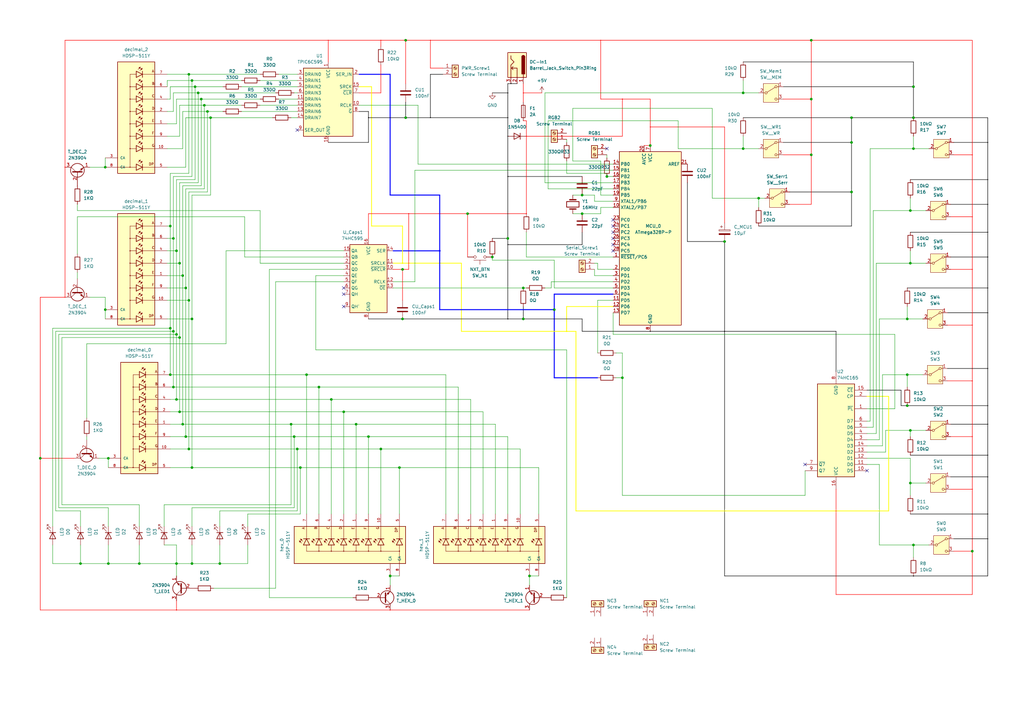
<source format=kicad_sch>
(kicad_sch (version 20230121) (generator eeschema)
  (paper "A3")
  (junction (at 44.45 187.96))
  (junction (at 238.76 87.63))
  (junction (at 297.18 99.06))
  (junction (at 57.15 231.14))
  (junction (at 405.13 173.99) (diameter 0.2) (color 0 0 0 1))
  (junction (at 167.64 87.63) (diameter 0.2) (color 255 0 0 1))
  (junction (at 373.38 198.12))
  (junction (at 73.66 107.95))
  (junction (at 160.02 250.19) (diameter 0.2) (color 255 0 0 1))
  (junction (at 208.28 130.81) (diameter 0.2) (color 0 0 0 1))
  (junction (at 165.1 110.49))
  (junction (at 332.74 63.5))
  (junction (at 72.39 163.83))
  (junction (at 214.63 38.1) (diameter 0.2) (color 255 0 0 1))
  (junction (at 85.09 45.72))
  (junction (at 372.11 130.81))
  (junction (at 163.83 191.77))
  (junction (at 374.65 236.22) (diameter 0.2) (color 0 0 0 1))
  (junction (at 160.02 236.22))
  (junction (at 69.85 134.62))
  (junction (at 373.38 176.53))
  (junction (at 405.13 220.98) (diameter 0.2) (color 0 0 0 1))
  (junction (at 349.25 78.74))
  (junction (at 165.1 107.95) (diameter 0.4) (color 255 255 0 1))
  (junction (at 398.78 156.21) (diameter 0.2) (color 255 0 0 1))
  (junction (at 201.93 105.41))
  (junction (at 255.27 154.94))
  (junction (at 43.18 127))
  (junction (at 398.78 133.35) (diameter 0.2) (color 255 0 0 1))
  (junction (at 33.02 231.14))
  (junction (at 215.9 55.88) (diameter 0.2) (color 255 0 0 1))
  (junction (at 209.55 34.29) (diameter 0.2) (color 0 0 0 1))
  (junction (at 374.65 223.52))
  (junction (at 208.28 100.33) (diameter 0.2) (color 0 0 0 1))
  (junction (at 72.39 231.14))
  (junction (at 405.13 105.41) (diameter 0.2) (color 0 0 0 1))
  (junction (at 78.74 191.77))
  (junction (at 176.53 48.26) (diameter 0.2) (color 0 0 0 1))
  (junction (at 405.13 166.37) (diameter 0.2) (color 0 0 0 1))
  (junction (at 215.9 87.63) (diameter 0.2) (color 255 0 0 1))
  (junction (at 255.27 40.64) (diameter 0.2) (color 255 0 0 1))
  (junction (at 78.74 130.81))
  (junction (at 304.8 60.96))
  (junction (at 74.93 113.03))
  (junction (at 208.28 38.1) (diameter 0.2) (color 0 0 0 1))
  (junction (at 176.53 16.51) (diameter 0.2) (color 255 0 0 1))
  (junction (at 121.92 184.15))
  (junction (at 130.81 158.75))
  (junction (at 156.21 184.15))
  (junction (at 166.37 16.51))
  (junction (at 146.05 173.99))
  (junction (at 374.65 60.96))
  (junction (at 405.13 195.58) (diameter 0.2) (color 0 0 0 1))
  (junction (at 83.82 43.18))
  (junction (at 72.39 102.87))
  (junction (at 82.55 40.64))
  (junction (at 214.63 118.11))
  (junction (at 26.67 121.92) (diameter 0.2) (color 255 0 0 1))
  (junction (at 74.93 173.99))
  (junction (at 208.28 97.79))
  (junction (at 71.12 97.79))
  (junction (at 405.13 58.42) (diameter 0.2) (color 0 0 0 1))
  (junction (at 77.47 123.19))
  (junction (at 304.8 38.1))
  (junction (at 134.62 16.51) (diameter 0.2) (color 255 0 0 1))
  (junction (at 26.67 68.58) (diameter 0.2) (color 255 0 0 1))
  (junction (at 119.38 173.99))
  (junction (at 86.36 48.26))
  (junction (at 266.7 59.69))
  (junction (at 71.12 135.89))
  (junction (at 405.13 128.27) (diameter 0.2) (color 0 0 0 1))
  (junction (at 125.73 153.67))
  (junction (at 214.63 130.81))
  (junction (at 266.7 135.89) (diameter 0.2) (color 0 0 0 1))
  (junction (at 398.78 88.9) (diameter 0.2) (color 255 0 0 1))
  (junction (at 73.66 138.43))
  (junction (at 248.92 72.39))
  (junction (at 297.18 135.89) (diameter 0.2) (color 0 0 0 1))
  (junction (at 156.21 16.51) (diameter 0.2) (color 255 0 0 1))
  (junction (at 349.25 48.26))
  (junction (at 405.13 151.13) (diameter 0.2) (color 0 0 0 1))
  (junction (at 398.78 226.06))
  (junction (at 151.13 48.26) (diameter 0.2) (color 0 0 0 1))
  (junction (at 311.15 81.28))
  (junction (at 405.13 95.25) (diameter 0.2) (color 0 0 0 1))
  (junction (at 372.11 166.37))
  (junction (at 69.85 92.71))
  (junction (at 208.28 72.39) (diameter 0.2) (color 0 0 0 1))
  (junction (at 78.74 33.02))
  (junction (at 120.65 179.07))
  (junction (at 76.2 118.11))
  (junction (at 374.65 35.56))
  (junction (at 217.17 236.22))
  (junction (at 123.19 191.77))
  (junction (at 266.7 52.07) (diameter 0.2) (color 255 0 0 1))
  (junction (at 140.97 168.91))
  (junction (at 374.65 48.26))
  (junction (at 405.13 73.66) (diameter 0.2) (color 0 0 0 1))
  (junction (at 71.12 158.75))
  (junction (at 135.89 163.83))
  (junction (at 398.78 200.66) (diameter 0.2) (color 255 0 0 1))
  (junction (at 80.01 35.56))
  (junction (at 73.66 168.91))
  (junction (at 232.41 135.89) (diameter 0.4) (color 255 255 0 1))
  (junction (at 372.11 153.67))
  (junction (at 69.85 153.67))
  (junction (at 191.77 87.63))
  (junction (at 398.78 179.07) (diameter 0.2) (color 255 0 0 1))
  (junction (at 398.78 63.5) (diameter 0.2) (color 255 0 0 1))
  (junction (at 208.28 55.88) (diameter 0.2) (color 0 0 0 1))
  (junction (at 180.34 102.87) (diameter 0.6) (color 0 0 255 1))
  (junction (at 72.39 250.19) (diameter 0.2) (color 255 0 0 1))
  (junction (at 16.51 187.96))
  (junction (at 373.38 107.95))
  (junction (at 227.33 127))
  (junction (at 208.28 48.26) (diameter 0.2) (color 0 0 0 1))
  (junction (at 77.47 30.48))
  (junction (at 166.37 48.26))
  (junction (at 90.17 231.14))
  (junction (at 398.78 110.49) (diameter 0.2) (color 255 0 0 1))
  (junction (at 78.74 231.14))
  (junction (at 238.76 80.01))
  (junction (at 151.13 179.07))
  (junction (at 405.13 186.69) (diameter 0.2) (color 0 0 0 1))
  (junction (at 332.74 40.64))
  (junction (at 349.25 58.42))
  (junction (at 405.13 83.82) (diameter 0.2) (color 0 0 0 1))
  (junction (at 77.47 184.15))
  (junction (at 332.74 16.51))
  (junction (at 373.38 86.36))
  (junction (at 405.13 118.11) (diameter 0.2) (color 0 0 0 1))
  (junction (at 43.18 68.58))
  (junction (at 72.39 137.16))
  (junction (at 81.28 38.1))
  (junction (at 165.1 130.81))
  (junction (at 246.38 16.51) (diameter 0.2) (color 255 0 0 1))
  (junction (at 44.45 231.14))
  (junction (at 76.2 179.07))
  (junction (at 405.13 210.82) (diameter 0.2) (color 0 0 0 1))
  (no_connect (at 140.97 120.65))
  (no_connect (at 251.46 97.79))
  (no_connect (at 251.46 95.25))
  (no_connect (at 330.2 190.5))
  (no_connect (at 251.46 92.71))
  (no_connect (at 251.46 102.87))
  (no_connect (at 251.46 90.17))
  (no_connect (at 355.6 193.04))
  (no_connect (at 140.97 125.73))
  (no_connect (at 248.92 60.96))
  (no_connect (at 121.92 53.34))
  (no_connect (at 140.97 118.11))
  (no_connect (at 251.46 100.33))
  (wire (pts (xy 373.38 176.53) (xy 363.22 176.53)))
  (wire (pts (xy 163.83 191.77) (xy 220.98 191.77)))
  (wire (pts (xy 151.13 58.42) (xy 134.62 58.42)) (stroke (width 0.2) (color 0 0 0 1)))
  (wire (pts (xy 140.97 168.91) (xy 198.12 168.91)))
  (wire (pts (xy 398.78 200.66) (xy 398.78 226.06)) (stroke (width 0.2) (color 255 0 0 1)))
  (wire (pts (xy 215.9 105.41) (xy 215.9 95.25)))
  (wire (pts (xy 119.38 173.99) (xy 146.05 173.99)))
  (wire (pts (xy 388.62 128.27) (xy 405.13 128.27)) (stroke (width 0.2) (color 0 0 0 1)))
  (wire (pts (xy 255.27 40.64) (xy 246.38 40.64)) (stroke (width 0.2) (color 255 0 0 1)))
  (wire (pts (xy 73.66 74.93) (xy 73.66 107.95)))
  (wire (pts (xy 78.74 231.14) (xy 72.39 231.14)))
  (wire (pts (xy 405.13 48.26) (xy 405.13 58.42)) (stroke (width 0.2) (color 0 0 0 1)))
  (wire (pts (xy 373.38 107.95) (xy 359.41 107.95)))
  (wire (pts (xy 398.78 243.84) (xy 342.9 243.84)) (stroke (width 0.2) (color 255 0 0 1)))
  (wire (pts (xy 374.65 60.96) (xy 374.65 55.88)))
  (wire (pts (xy 214.63 130.81) (xy 238.76 130.81)) (stroke (width 0.2) (color 0 0 0 1)))
  (wire (pts (xy 332.74 83.82) (xy 323.85 83.82)) (stroke (width 0.2) (color 255 0 0 1)))
  (wire (pts (xy 363.22 185.42) (xy 355.6 185.42)))
  (wire (pts (xy 113.03 241.3) (xy 87.63 241.3)))
  (wire (pts (xy 111.76 48.26) (xy 86.36 48.26)))
  (wire (pts (xy 167.64 87.63) (xy 167.64 110.49)) (stroke (width 0.2) (color 255 0 0 1)))
  (wire (pts (xy 161.29 115.57) (xy 170.18 115.57)))
  (wire (pts (xy 389.89 173.99) (xy 405.13 173.99)) (stroke (width 0.2) (color 0 0 0 1)))
  (wire (pts (xy 251.46 118.11) (xy 227.33 118.11)))
  (wire (pts (xy 378.46 153.67) (xy 372.11 153.67)))
  (wire (pts (xy 78.74 208.28) (xy 120.65 208.28)))
  (wire (pts (xy 245.11 107.95) (xy 245.11 110.49)))
  (wire (pts (xy 304.8 38.1) (xy 304.8 33.02)))
  (wire (pts (xy 246.38 16.51) (xy 332.74 16.51)) (stroke (width 0.2) (color 255 0 0 1)))
  (wire (pts (xy 121.92 43.18) (xy 106.68 43.18)))
  (wire (pts (xy 85.09 78.74) (xy 77.47 78.74)))
  (wire (pts (xy 297.18 99.06) (xy 281.94 99.06)) (stroke (width 0.2) (color 0 0 0 1)))
  (wire (pts (xy 80.01 35.56) (xy 80.01 73.66)))
  (wire (pts (xy 358.14 175.26) (xy 355.6 175.26)))
  (wire (pts (xy 21.59 223.52) (xy 21.59 231.14)))
  (wire (pts (xy 208.28 48.26) (xy 176.53 48.26)) (stroke (width 0.2) (color 0 0 0 1)))
  (wire (pts (xy 165.1 130.81) (xy 208.28 130.81)) (stroke (width 0.2) (color 0 0 0 1)))
  (wire (pts (xy 398.78 88.9) (xy 398.78 110.49)) (stroke (width 0.2) (color 255 0 0 1)))
  (wire (pts (xy 151.13 48.26) (xy 151.13 58.42)) (stroke (width 0.2) (color 0 0 0 1)))
  (wire (pts (xy 160.02 236.22) (xy 163.83 236.22)))
  (wire (pts (xy 389.89 200.66) (xy 398.78 200.66)) (stroke (width 0.2) (color 255 0 0 1)))
  (wire (pts (xy 405.13 173.99) (xy 405.13 186.69)) (stroke (width 0.2) (color 0 0 0 1)))
  (wire (pts (xy 217.17 236.22) (xy 217.17 240.03)))
  (wire (pts (xy 25.4 138.43) (xy 73.66 138.43)))
  (wire (pts (xy 74.93 113.03) (xy 68.58 113.03)))
  (wire (pts (xy 121.92 184.15) (xy 156.21 184.15)))
  (wire (pts (xy 101.6 231.14) (xy 90.17 231.14)))
  (wire (pts (xy 40.64 187.96) (xy 44.45 187.96)))
  (wire (pts (xy 405.13 58.42) (xy 405.13 73.66)) (stroke (width 0.2) (color 0 0 0 1)))
  (wire (pts (xy 224.79 77.47) (xy 251.46 77.47)))
  (wire (pts (xy 77.47 123.19) (xy 77.47 184.15)))
  (wire (pts (xy 120.65 179.07) (xy 151.13 179.07)))
  (wire (pts (xy 73.66 168.91) (xy 69.85 168.91)))
  (wire (pts (xy 364.49 209.55) (xy 364.49 162.56)) (stroke (width 0.3) (color 255 255 0 1)))
  (wire (pts (xy 223.52 74.93) (xy 251.46 74.93)))
  (wire (pts (xy 208.28 38.1) (xy 208.28 48.26)) (stroke (width 0.2) (color 0 0 0 1)))
  (wire (pts (xy 266.7 135.89) (xy 297.18 135.89)) (stroke (width 0.2) (color 0 0 0 1)))
  (wire (pts (xy 349.25 78.74) (xy 323.85 78.74)) (stroke (width 0.2) (color 0 0 0 1)))
  (wire (pts (xy 215.9 49.53) (xy 215.9 55.88)) (stroke (width 0.2) (color 255 0 0 1)))
  (wire (pts (xy 321.31 40.64) (xy 332.74 40.64)) (stroke (width 0.2) (color 255 0 0 1)))
  (wire (pts (xy 232.41 71.12) (xy 248.92 71.12)))
  (wire (pts (xy 374.65 48.26) (xy 405.13 48.26)) (stroke (width 0.2) (color 0 0 0 1)))
  (wire (pts (xy 367.03 137.16) (xy 251.46 137.16)))
  (wire (pts (xy 156.21 16.51) (xy 166.37 16.51)) (stroke (width 0.2) (color 255 0 0 1)))
  (wire (pts (xy 360.68 130.81) (xy 360.68 180.34)))
  (wire (pts (xy 67.31 215.9) (xy 67.31 207.01)))
  (wire (pts (xy 215.9 55.88) (xy 255.27 55.88)) (stroke (width 0.2) (color 255 0 0 1)))
  (wire (pts (xy 69.85 134.62) (xy 69.85 153.67)))
  (wire (pts (xy 43.18 64.77) (xy 43.18 68.58)))
  (wire (pts (xy 208.28 72.39) (xy 238.76 72.39)) (stroke (width 0.2) (color 0 0 0 1)))
  (wire (pts (xy 140.97 107.95) (xy 106.68 107.95)))
  (wire (pts (xy 234.95 44.45) (xy 292.1 44.45)))
  (wire (pts (xy 69.85 35.56) (xy 69.85 40.64)))
  (wire (pts (xy 358.14 86.36) (xy 358.14 175.26)))
  (wire (pts (xy 76.2 48.26) (xy 76.2 68.58)))
  (wire (pts (xy 232.41 66.04) (xy 232.41 71.12)))
  (wire (pts (xy 147.32 35.56) (xy 152.4 35.56)) (stroke (width 0.3) (color 255 255 0 1)))
  (wire (pts (xy 208.28 130.81) (xy 214.63 130.81)) (stroke (width 0.2) (color 0 0 0 1)))
  (wire (pts (xy 373.38 198.12) (xy 373.38 187.96)))
  (wire (pts (xy 36.83 68.58) (xy 43.18 68.58)))
  (wire (pts (xy 86.36 48.26) (xy 86.36 80.01)))
  (wire (pts (xy 374.65 25.4) (xy 304.8 25.4)) (stroke (width 0.2) (color 0 0 0 1)))
  (wire (pts (xy 76.2 68.58) (xy 68.58 68.58)))
  (wire (pts (xy 405.13 186.69) (xy 405.13 195.58)) (stroke (width 0.2) (color 0 0 0 1)))
  (wire (pts (xy 44.45 215.9) (xy 44.45 208.28)))
  (wire (pts (xy 304.8 60.96) (xy 304.8 55.88)))
  (wire (pts (xy 99.06 43.18) (xy 83.82 43.18)))
  (wire (pts (xy 208.28 97.79) (xy 208.28 100.33)) (stroke (width 0.2) (color 0 0 0 1)))
  (wire (pts (xy 361.95 182.88) (xy 355.6 182.88)))
  (wire (pts (xy 311.15 38.1) (xy 304.8 38.1)))
  (wire (pts (xy 252.73 144.78) (xy 255.27 144.78)))
  (wire (pts (xy 171.45 43.18) (xy 171.45 67.31)))
  (wire (pts (xy 121.92 35.56) (xy 99.06 35.56)))
  (wire (pts (xy 77.47 184.15) (xy 69.85 184.15)))
  (wire (pts (xy 251.46 105.41) (xy 215.9 105.41)))
  (wire (pts (xy 24.13 137.16) (xy 72.39 137.16)))
  (wire (pts (xy 33.02 231.14) (xy 44.45 231.14)))
  (wire (pts (xy 44.45 223.52) (xy 44.45 231.14)))
  (wire (pts (xy 160.02 240.03) (xy 160.02 236.22)))
  (wire (pts (xy 36.83 121.92) (xy 43.18 121.92)))
  (wire (pts (xy 171.45 67.31) (xy 251.46 67.31)))
  (wire (pts (xy 405.13 58.42) (xy 391.16 58.42)) (stroke (width 0.2) (color 0 0 0 1)))
  (wire (pts (xy 170.18 115.57) (xy 170.18 69.85)))
  (wire (pts (xy 208.28 100.33) (xy 208.28 130.81)) (stroke (width 0.2) (color 0 0 0 1)))
  (wire (pts (xy 140.97 110.49) (xy 110.49 110.49)))
  (wire (pts (xy 110.49 110.49) (xy 110.49 245.11)))
  (wire (pts (xy 227.33 120.65) (xy 251.46 120.65)) (stroke (width 0.4) (color 0 0 255 1)))
  (wire (pts (xy 156.21 184.15) (xy 156.21 210.82)))
  (wire (pts (xy 119.38 207.01) (xy 119.38 173.99)))
  (wire (pts (xy 26.67 121.92) (xy 16.51 121.92)) (stroke (width 0.2) (color 255 0 0 1)))
  (wire (pts (xy 147.32 43.18) (xy 171.45 43.18)))
  (wire (pts (xy 405.13 118.11) (xy 405.13 128.27)) (stroke (width 0.2) (color 0 0 0 1)))
  (wire (pts (xy 245.11 123.19) (xy 251.46 123.19)))
  (wire (pts (xy 297.18 236.22) (xy 374.65 236.22)) (stroke (width 0.2) (color 0 0 0 1)))
  (wire (pts (xy 359.41 107.95) (xy 359.41 177.8)))
  (wire (pts (xy 71.12 158.75) (xy 130.81 158.75)))
  (wire (pts (xy 215.9 87.63) (xy 191.77 87.63)) (stroke (width 0.2) (color 255 0 0 1)))
  (wire (pts (xy 297.18 135.89) (xy 297.18 236.22)) (stroke (width 0.2) (color 0 0 0 1)))
  (wire (pts (xy 71.12 45.72) (xy 68.58 45.72)))
  (wire (pts (xy 156.21 16.51) (xy 134.62 16.51)) (stroke (width 0.2) (color 255 0 0 1)))
  (wire (pts (xy 372.11 153.67) (xy 372.11 158.75)))
  (wire (pts (xy 226.06 118.11) (xy 226.06 115.57)))
  (wire (pts (xy 378.46 130.81) (xy 372.11 130.81)))
  (wire (pts (xy 167.64 87.63) (xy 151.13 87.63)) (stroke (width 0.2) (color 255 0 0 1)))
  (wire (pts (xy 246.38 66.04) (xy 234.95 66.04)))
  (wire (pts (xy 364.49 162.56) (xy 355.6 162.56)) (stroke (width 0.3) (color 255 255 0 1)))
  (wire (pts (xy 367.03 167.64) (xy 367.03 137.16)))
  (wire (pts (xy 83.82 77.47) (xy 76.2 77.47)))
  (wire (pts (xy 369.57 166.37) (xy 369.57 160.02)) (stroke (width 0.2) (color 0 0 0 1)))
  (wire (pts (xy 161.29 118.11) (xy 214.63 118.11)))
  (wire (pts (xy 176.53 27.94) (xy 176.53 16.51)) (stroke (width 0.2) (color 255 0 0 1)))
  (wire (pts (xy 176.53 30.48) (xy 176.53 48.26)) (stroke (width 0.2) (color 0 0 0 1)))
  (wire (pts (xy 73.66 107.95) (xy 73.66 138.43)))
  (wire (pts (xy 123.19 210.82) (xy 123.19 191.77)))
  (wire (pts (xy 398.78 226.06) (xy 391.16 226.06)) (stroke (width 0.2) (color 255 0 0 1)))
  (wire (pts (xy 33.02 223.52) (xy 33.02 231.14)))
  (wire (pts (xy 389.89 110.49) (xy 398.78 110.49)) (stroke (width 0.2) (color 255 0 0 1)))
  (wire (pts (xy 73.66 55.88) (xy 68.58 55.88)))
  (wire (pts (xy 388.62 156.21) (xy 398.78 156.21)) (stroke (width 0.2) (color 255 0 0 1)))
  (wire (pts (xy 255.27 144.78) (xy 255.27 154.94)))
  (wire (pts (xy 311.15 60.96) (xy 304.8 60.96)))
  (wire (pts (xy 208.28 34.29) (xy 208.28 38.1)) (stroke (width 0.2) (color 0 0 0 1)))
  (wire (pts (xy 332.74 63.5) (xy 332.74 83.82)) (stroke (width 0.2) (color 255 0 0 1)))
  (wire (pts (xy 86.36 80.01) (xy 78.74 80.01)))
  (wire (pts (xy 405.13 128.27) (xy 405.13 151.13)) (stroke (width 0.2) (color 0 0 0 1)))
  (wire (pts (xy 22.86 135.89) (xy 71.12 135.89)))
  (wire (pts (xy 355.6 190.5) (xy 360.68 190.5)))
  (wire (pts (xy 313.69 81.28) (xy 311.15 81.28)))
  (wire (pts (xy 191.77 87.63) (xy 191.77 105.41)) (stroke (width 0.2) (color 255 0 0 1)))
  (wire (pts (xy 369.57 160.02) (xy 355.6 160.02)) (stroke (width 0.2) (color 0 0 0 1)))
  (wire (pts (xy 246.38 80.01) (xy 246.38 66.04)))
  (wire (pts (xy 236.22 135.89) (xy 236.22 209.55)) (stroke (width 0.3) (color 255 255 0 1)))
  (wire (pts (xy 77.47 78.74) (xy 77.47 123.19)))
  (wire (pts (xy 77.47 71.12) (xy 77.47 30.48)))
  (wire (pts (xy 129.54 113.03) (xy 129.54 143.51)))
  (wire (pts (xy 90.17 231.14) (xy 78.74 231.14)))
  (wire (pts (xy 83.82 43.18) (xy 73.66 43.18)))
  (wire (pts (xy 311.15 81.28) (xy 311.15 85.09)))
  (wire (pts (xy 71.12 97.79) (xy 68.58 97.79)))
  (wire (pts (xy 76.2 77.47) (xy 76.2 118.11)))
  (wire (pts (xy 201.93 97.79) (xy 208.28 97.79)) (stroke (width 0.2) (color 0 0 0 1)))
  (wire (pts (xy 113.03 38.1) (xy 81.28 38.1)))
  (wire (pts (xy 43.18 127) (xy 43.18 121.92)))
  (wire (pts (xy 405.13 195.58) (xy 405.13 210.82)) (stroke (width 0.2) (color 0 0 0 1)))
  (wire (pts (xy 90.17 223.52) (xy 90.17 231.14)))
  (wire (pts (xy 72.39 250.19) (xy 160.02 250.19)) (stroke (width 0.2) (color 255 0 0 1)))
  (wire (pts (xy 201.93 38.1) (xy 208.28 38.1)) (stroke (width 0.2) (color 0 0 0 1)))
  (wire (pts (xy 349.25 58.42) (xy 321.31 58.42)) (stroke (width 0.2) (color 0 0 0 1)))
  (wire (pts (xy 160.02 30.48) (xy 147.32 30.48)) (stroke (width 0.4) (color 0 0 255 1)))
  (wire (pts (xy 72.39 137.16) (xy 72.39 163.83)))
  (wire (pts (xy 74.93 45.72) (xy 74.93 60.96)))
  (wire (pts (xy 72.39 231.14) (xy 72.39 236.22)))
  (wire (pts (xy 321.31 63.5) (xy 332.74 63.5)) (stroke (width 0.2) (color 255 0 0 1)))
  (wire (pts (xy 163.83 191.77) (xy 163.83 210.82)))
  (wire (pts (xy 405.13 73.66) (xy 405.13 83.82)) (stroke (width 0.2) (color 0 0 0 1)))
  (wire (pts (xy 16.51 187.96) (xy 30.48 187.96)) (stroke (width 0.2) (color 255 0 0 1)))
  (wire (pts (xy 100.33 105.41) (xy 100.33 88.9)))
  (wire (pts (xy 22.86 209.55) (xy 22.86 135.89)))
  (wire (pts (xy 203.2 173.99) (xy 203.2 210.82)))
  (wire (pts (xy 71.12 158.75) (xy 69.85 158.75)))
  (wire (pts (xy 374.65 60.96) (xy 356.87 60.96)))
  (wire (pts (xy 332.74 16.51) (xy 332.74 40.64)) (stroke (width 0.2) (color 255 0 0 1)))
  (wire (pts (xy 181.61 27.94) (xy 176.53 27.94)) (stroke (width 0.2) (color 255 0 0 1)))
  (wire (pts (xy 33.02 215.9) (xy 33.02 209.55)))
  (wire (pts (xy 72.39 73.66) (xy 72.39 102.87)))
  (wire (pts (xy 180.34 102.87) (xy 180.34 80.01)) (stroke (width 0.4) (color 0 0 255 1)))
  (wire (pts (xy 227.33 154.94) (xy 245.11 154.94)) (stroke (width 0.4) (color 0 0 255 1)))
  (wire (pts (xy 389.89 83.82) (xy 405.13 83.82)) (stroke (width 0.2) (color 0 0 0 1)))
  (wire (pts (xy 151.13 87.63) (xy 151.13 97.79)) (stroke (width 0.2) (color 255 0 0 1)))
  (wire (pts (xy 349.25 48.26) (xy 374.65 48.26)) (stroke (width 0.2) (color 0 0 0 1)))
  (wire (pts (xy 73.66 138.43) (xy 73.66 168.91)))
  (wire (pts (xy 69.85 92.71) (xy 68.58 92.71)))
  (wire (pts (xy 134.62 16.51) (xy 134.62 25.4)) (stroke (width 0.2) (color 255 0 0 1)))
  (wire (pts (xy 33.02 209.55) (xy 22.86 209.55)))
  (wire (pts (xy 74.93 76.2) (xy 74.93 113.03)))
  (wire (pts (xy 389.89 88.9) (xy 398.78 88.9)) (stroke (width 0.2) (color 255 0 0 1)))
  (wire (pts (xy 266.7 52.07) (xy 266.7 59.69)) (stroke (width 0.2) (color 255 0 0 1)))
  (wire (pts (xy 201.93 106.68) (xy 201.93 105.41)))
  (wire (pts (xy 292.1 44.45) (xy 292.1 81.28)))
  (wire (pts (xy 232.41 125.73) (xy 251.46 125.73)) (stroke (width 0.3) (color 255 255 0 1)))
  (wire (pts (xy 214.63 38.1) (xy 214.63 41.91)) (stroke (width 0.2) (color 255 0 0 1)))
  (wire (pts (xy 72.39 223.52) (xy 72.39 231.14)))
  (wire (pts (xy 101.6 223.52) (xy 101.6 231.14)))
  (wire (pts (xy 297.18 135.89) (xy 297.18 99.06)) (stroke (width 0.2) (color 0 0 0 1)))
  (wire (pts (xy 238.76 95.25) (xy 238.76 100.33)) (stroke (width 0.2) (color 0 0 0 1)))
  (wire (pts (xy 21.59 134.62) (xy 69.85 134.62)))
  (wire (pts (xy 78.74 191.77) (xy 69.85 191.77)))
  (wire (pts (xy 304.8 60.96) (xy 278.13 60.96)))
  (wire (pts (xy 78.74 191.77) (xy 123.19 191.77)))
  (wire (pts (xy 16.51 250.19) (xy 72.39 250.19)) (stroke (width 0.2) (color 255 0 0 1)))
  (wire (pts (xy 26.67 68.58) (xy 26.67 121.92)) (stroke (width 0.2) (color 255 0 0 1)))
  (wire (pts (xy 238.76 130.81) (xy 238.76 135.89)) (stroke (width 0.2) (color 0 0 0 1)))
  (wire (pts (xy 252.73 154.94) (xy 255.27 154.94)))
  (wire (pts (xy 85.09 45.72) (xy 74.93 45.72)))
  (wire (pts (xy 245.11 144.78) (xy 245.11 123.19)))
  (wire (pts (xy 78.74 130.81) (xy 78.74 191.77)))
  (wire (pts (xy 31.75 86.36) (xy 31.75 83.82)))
  (wire (pts (xy 209.55 34.29) (xy 208.28 34.29)) (stroke (width 0.2) (color 0 0 0 1)))
  (wire (pts (xy 359.41 177.8) (xy 355.6 177.8)))
  (wire (pts (xy 101.6 215.9) (xy 101.6 210.82)))
  (wire (pts (xy 381 60.96) (xy 374.65 60.96)))
  (wire (pts (xy 140.97 113.03) (xy 129.54 113.03)))
  (wire (pts (xy 21.59 215.9) (xy 21.59 134.62)))
  (wire (pts (xy 227.33 118.11) (xy 227.33 106.68)))
  (wire (pts (xy 398.78 16.51) (xy 398.78 63.5)) (stroke (width 0.2) (color 255 0 0 1)))
  (wire (pts (xy 251.46 80.01) (xy 246.38 80.01)))
  (wire (pts (xy 24.13 208.28) (xy 24.13 137.16)))
  (wire (pts (xy 405.13 83.82) (xy 405.13 95.25)) (stroke (width 0.2) (color 0 0 0 1)))
  (wire (pts (xy 208.28 48.26) (xy 208.28 55.88)) (stroke (width 0.2) (color 0 0 0 1)))
  (wire (pts (xy 181.61 30.48) (xy 176.53 30.48)) (stroke (width 0.2) (color 0 0 0 1)))
  (wire (pts (xy 106.68 40.64) (xy 82.55 40.64)))
  (wire (pts (xy 373.38 210.82) (xy 405.13 210.82)) (stroke (width 0.2) (color 0 0 0 1)))
  (wire (pts (xy 304.8 38.1) (xy 223.52 38.1)))
  (wire (pts (xy 82.55 40.64) (xy 82.55 76.2)))
  (wire (pts (xy 78.74 72.39) (xy 71.12 72.39)))
  (wire (pts (xy 349.25 48.26) (xy 349.25 58.42)) (stroke (width 0.2) (color 0 0 0 1)))
  (wire (pts (xy 72.39 50.8) (xy 68.58 50.8)))
  (wire (pts (xy 248.92 63.5) (xy 248.92 64.77)))
  (wire (pts (xy 147.32 45.72) (xy 151.13 45.72)) (stroke (width 0.2) (color 0 0 0 1)))
  (wire (pts (xy 166.37 16.51) (xy 166.37 34.29)) (stroke (width 0.2) (color 255 0 0 1)))
  (wire (pts (xy 373.38 186.69) (xy 405.13 186.69)) (stroke (width 0.2) (color 0 0 0 1)))
  (wire (pts (xy 217.17 236.22) (xy 220.98 236.22)))
  (wire (pts (xy 223.52 38.1) (xy 223.52 74.93)))
  (wire (pts (xy 227.33 127) (xy 227.33 154.94)) (stroke (width 0.4) (color 0 0 255 1)))
  (wire (pts (xy 151.13 179.07) (xy 208.28 179.07)))
  (wire (pts (xy 243.84 113.03) (xy 251.46 113.03)))
  (wire (pts (xy 180.34 127) (xy 227.33 127)) (stroke (width 0.4) (color 0 0 255 1)))
  (wire (pts (xy 278.13 49.53) (xy 224.79 49.53)))
  (wire (pts (xy 255.27 55.88) (xy 255.27 40.64)) (stroke (width 0.2) (color 255 0 0 1)))
  (wire (pts (xy 227.33 127) (xy 227.33 120.65)) (stroke (width 0.4) (color 0 0 255 1)))
  (wire (pts (xy 31.75 88.9) (xy 31.75 104.14)))
  (wire (pts (xy 156.21 19.05) (xy 156.21 16.51)) (stroke (width 0.2) (color 255 0 0 1)))
  (wire (pts (xy 78.74 215.9) (xy 78.74 208.28)))
  (wire (pts (xy 379.73 86.36) (xy 373.38 86.36)))
  (wire (pts (xy 297.18 52.07) (xy 266.7 52.07)) (stroke (width 0.2) (color 255 0 0 1)))
  (wire (pts (xy 73.66 168.91) (xy 140.97 168.91)))
  (wire (pts (xy 106.68 107.95) (xy 106.68 86.36)))
  (wire (pts (xy 78.74 80.01) (xy 78.74 130.81)))
  (wire (pts (xy 238.76 80.01) (xy 234.95 80.01)))
  (wire (pts (xy 121.92 209.55) (xy 121.92 184.15)))
  (wire (pts (xy 156.21 184.15) (xy 213.36 184.15)))
  (wire (pts (xy 189.23 107.95) (xy 189.23 135.89)) (stroke (width 0.3) (color 255 255 0 1)))
  (wire (pts (xy 125.73 153.67) (xy 125.73 210.82)))
  (wire (pts (xy 182.88 153.67) (xy 182.88 210.82)))
  (wire (pts (xy 363.22 176.53) (xy 363.22 185.42)))
  (wire (pts (xy 90.17 209.55) (xy 121.92 209.55)))
  (wire (pts (xy 80.01 35.56) (xy 69.85 35.56)))
  (wire (pts (xy 68.58 33.02) (xy 68.58 35.56)))
  (wire (pts (xy 165.1 107.95) (xy 189.23 107.95)) (stroke (width 0.3) (color 255 255 0 1)))
  (wire (pts (xy 152.4 92.71) (xy 165.1 92.71)) (stroke (width 0.3) (color 255 255 0 1)))
  (wire (pts (xy 356.87 60.96) (xy 356.87 172.72)))
  (wire (pts (xy 44.45 231.14) (xy 57.15 231.14)))
  (wire (pts (xy 140.97 115.57) (xy 113.03 115.57)))
  (wire (pts (xy 81.28 38.1) (xy 81.28 74.93)))
  (wire (pts (xy 114.3 30.48) (xy 121.92 30.48)))
  (wire (pts (xy 83.82 43.18) (xy 83.82 77.47)))
  (wire (pts (xy 92.71 140.97) (xy 35.56 140.97)))
  (wire (pts (xy 360.68 180.34) (xy 355.6 180.34)))
  (wire (pts (xy 391.16 63.5) (xy 398.78 63.5)) (stroke (width 0.2) (color 255 0 0 1)))
  (wire (pts (xy 234.95 66.04) (xy 234.95 44.45)))
  (wire (pts (xy 16.51 121.92) (xy 16.51 187.96)) (stroke (width 0.2) (color 255 0 0 1)))
  (wire (pts (xy 80.01 73.66) (xy 72.39 73.66)))
  (wire (pts (xy 161.29 102.87) (xy 180.34 102.87)) (stroke (width 0.4) (color 0 0 255 1)))
  (wire (pts (xy 170.18 69.85) (xy 251.46 69.85)))
  (wire (pts (xy 355.6 167.64) (xy 367.03 167.64)))
  (wire (pts (xy 389.89 195.58) (xy 405.13 195.58)) (stroke (width 0.2) (color 0 0 0 1)))
  (wire (pts (xy 74.93 173.99) (xy 69.85 173.99)))
  (wire (pts (xy 57.15 207.01) (xy 25.4 207.01)))
  (wire (pts (xy 25.4 207.01) (xy 25.4 138.43)))
  (wire (pts (xy 214.63 125.73) (xy 214.63 130.81)) (stroke (width 0.2) (color 0 0 0 1)))
  (wire (pts (xy 214.63 49.53) (xy 215.9 49.53)) (stroke (width 0.2) (color 255 0 0 1)))
  (wire (pts (xy 248.92 71.12) (xy 248.92 72.39)))
  (wire (pts (xy 246.38 40.64) (xy 246.38 16.51)) (stroke (width 0.2) (color 255 0 0 1)))
  (wire (pts (xy 332.74 40.64) (xy 332.74 63.5)) (stroke (width 0.2) (color 255 0 0 1)))
  (wire (pts (xy 91.44 35.56) (xy 80.01 35.56)))
  (wire (pts (xy 398.78 63.5) (xy 398.78 88.9)) (stroke (width 0.2) (color 255 0 0 1)))
  (wire (pts (xy 120.65 208.28) (xy 120.65 179.07)))
  (wire (pts (xy 193.04 163.83) (xy 193.04 210.82)))
  (wire (pts (xy 77.47 184.15) (xy 121.92 184.15)))
  (wire (pts (xy 398.78 156.21) (xy 398.78 179.07)) (stroke (width 0.2) (color 255 0 0 1)))
  (wire (pts (xy 372.11 118.11) (xy 405.13 118.11)) (stroke (width 0.2) (color 0 0 0 1)))
  (wire (pts (xy 77.47 123.19) (xy 68.58 123.19)))
  (wire (pts (xy 255.27 154.94) (xy 255.27 203.2)))
  (wire (pts (xy 78.74 33.02) (xy 78.74 72.39)))
  (wire (pts (xy 266.7 40.64) (xy 266.7 52.07)) (stroke (width 0.2) (color 255 0 0 1)))
  (wire (pts (xy 180.34 102.87) (xy 180.34 127)) (stroke (width 0.4) (color 0 0 255 1)))
  (wire (pts (xy 374.65 48.26) (xy 374.65 35.56)) (stroke (width 0.2) (color 0 0 0 1)))
  (wire (pts (xy 342.9 135.89) (xy 342.9 152.4)) (stroke (width 0.2) (color 0 0 0 1)))
  (wire (pts (xy 208.28 55.88) (xy 208.28 72.39)) (stroke (width 0.2) (color 0 0 0 1)))
  (wire (pts (xy 165.1 110.49) (xy 165.1 123.19)) (stroke (width 0.2) (color 255 0 0 1)))
  (wire (pts (xy 123.19 191.77) (xy 163.83 191.77)))
  (wire (pts (xy 405.13 166.37) (xy 405.13 173.99)) (stroke (width 0.2) (color 0 0 0 1)))
  (wire (pts (xy 151.13 45.72) (xy 151.13 48.26)) (stroke (width 0.2) (color 0 0 0 1)))
  (wire (pts (xy 77.47 30.48) (xy 106.68 30.48)))
  (wire (pts (xy 236.22 209.55) (xy 364.49 209.55)) (stroke (width 0.3) (color 255 255 0 1)))
  (wire (pts (xy 69.85 153.67) (xy 125.73 153.67)))
  (wire (pts (xy 381 223.52) (xy 374.65 223.52)))
  (wire (pts (xy 187.96 158.75) (xy 187.96 210.82)))
  (wire (pts (xy 227.33 106.68) (xy 201.93 106.68)))
  (wire (pts (xy 373.38 107.95) (xy 373.38 102.87)))
  (wire (pts (xy 405.13 220.98) (xy 405.13 236.22)) (stroke (width 0.2) (color 0 0 0 1)))
  (wire (pts (xy 292.1 81.28) (xy 311.15 81.28)))
  (wire (pts (xy 189.23 135.89) (xy 232.41 135.89)) (stroke (width 0.3) (color 255 255 0 1)))
  (wire (pts (xy 82.55 40.64) (xy 72.39 40.64)))
  (wire (pts (xy 372.11 166.37) (xy 405.13 166.37)) (stroke (width 0.2) (color 0 0 0 1)))
  (wire (pts (xy 140.97 105.41) (xy 100.33 105.41)))
  (wire (pts (xy 405.13 105.41) (xy 405.13 118.11)) (stroke (width 0.2) (color 0 0 0 1)))
  (wire (pts (xy 130.81 158.75) (xy 187.96 158.75)))
  (wire (pts (xy 373.38 86.36) (xy 373.38 81.28)))
  (wire (pts (xy 57.15 215.9) (xy 57.15 207.01)))
  (wire (pts (xy 360.68 223.52) (xy 374.65 223.52)))
  (wire (pts (xy 304.8 48.26) (xy 349.25 48.26)) (stroke (width 0.2) (color 0 0 0 1)))
  (wire (pts (xy 121.92 33.02) (xy 106.68 33.02)))
  (wire (pts (xy 373.38 176.53) (xy 373.38 179.07)))
  (wire (pts (xy 57.15 223.52) (xy 57.15 231.14)))
  (wire (pts (xy 152.4 35.56) (xy 152.4 92.71)) (stroke (width 0.3) (color 255 255 0 1)))
  (wire (pts (xy 81.28 74.93) (xy 73.66 74.93)))
  (wire (pts (xy 372.11 130.81) (xy 360.68 130.81)))
  (wire (pts (xy 246.38 85.09) (xy 246.38 87.63)))
  (wire (pts (xy 405.13 210.82) (xy 405.13 220.98)) (stroke (width 0.2) (color 0 0 0 1)))
  (wire (pts (xy 68.58 107.95) (xy 73.66 107.95)))
  (wire (pts (xy 166.37 41.91) (xy 166.37 48.26)) (stroke (width 0.2) (color 0 0 0 1)))
  (wire (pts (xy 165.1 110.49) (xy 167.64 110.49)) (stroke (width 0.2) (color 255 0 0 1)))
  (wire (pts (xy 151.13 179.07) (xy 151.13 210.82)))
  (wire (pts (xy 232.41 143.51) (xy 232.41 245.11)))
  (wire (pts (xy 349.25 78.74) (xy 349.25 92.71)) (stroke (width 0.2) (color 0 0 0 1)))
  (wire (pts (xy 232.41 57.15) (xy 232.41 58.42)))
  (wire (pts (xy 151.13 130.81) (xy 165.1 130.81)) (stroke (width 0.2) (color 0 0 0 1)))
  (wire (pts (xy 251.46 85.09) (xy 246.38 85.09)))
  (wire (pts (xy 76.2 179.07) (xy 69.85 179.07)))
  (wire (pts (xy 74.93 113.03) (xy 74.93 173.99)))
  (wire (pts (xy 81.28 38.1) (xy 71.12 38.1)))
  (wire (pts (xy 243.84 82.55) (xy 243.84 80.01)))
  (wire (pts (xy 398.78 133.35) (xy 398.78 156.21)) (stroke (width 0.2) (color 255 0 0 1)))
  (wire (pts (xy 165.1 92.71) (xy 165.1 107.95)) (stroke (width 0.3) (color 255 255 0 1)))
  (wire (pts (xy 91.44 45.72) (xy 85.09 45.72)))
  (wire (pts (xy 356.87 172.72) (xy 355.6 172.72)))
  (wire (pts (xy 146.05 173.99) (xy 146.05 210.82)))
  (wire (pts (xy 71.12 38.1) (xy 71.12 45.72)))
  (wire (pts (xy 398.78 110.49) (xy 398.78 133.35)) (stroke (width 0.2) (color 255 0 0 1)))
  (wire (pts (xy 405.13 95.25) (xy 405.13 105.41)) (stroke (width 0.2) (color 0 0 0 1)))
  (wire (pts (xy 208.28 72.39) (xy 208.28 97.79)) (stroke (width 0.2) (color 0 0 0 1)))
  (wire (pts (xy 78.74 130.81) (xy 68.58 130.81)))
  (wire (pts (xy 255.27 40.64) (xy 266.7 40.64)) (stroke (width 0.2) (color 255 0 0 1)))
  (wire (pts (xy 278.13 60.96) (xy 278.13 49.53)))
  (wire (pts (xy 198.12 168.91) (xy 198.12 210.82)))
  (wire (pts (xy 238.76 135.89) (xy 266.7 135.89)) (stroke (width 0.2) (color 0 0 0 1)))
  (wire (pts (xy 82.55 76.2) (xy 74.93 76.2)))
  (wire (pts (xy 76.2 179.07) (xy 120.65 179.07)))
  (wire (pts (xy 74.93 173.99) (xy 119.38 173.99)))
  (wire (pts (xy 113.03 115.57) (xy 113.03 241.3)))
  (wire (pts (xy 110.49 245.11) (xy 144.78 245.11)))
  (wire (pts (xy 101.6 210.82) (xy 123.19 210.82)))
  (wire (pts (xy 129.54 143.51) (xy 232.41 143.51)))
  (wire (pts (xy 76.2 118.11) (xy 68.58 118.11)))
  (wire (pts (xy 35.56 140.97) (xy 35.56 171.45)))
  (wire (pts (xy 361.95 153.67) (xy 361.95 182.88)))
  (wire (pts (xy 208.28 179.07) (xy 208.28 210.82)))
  (wire (pts (xy 388.62 133.35) (xy 398.78 133.35)) (stroke (width 0.2) (color 255 0 0 1)))
  (wire (pts (xy 398.78 179.07) (xy 398.78 200.66)) (stroke (width 0.2) (color 255 0 0 1)))
  (wire (pts (xy 213.36 184.15) (xy 213.36 210.82)))
  (wire (pts (xy 224.79 49.53) (xy 224.79 77.47)))
  (wire (pts (xy 332.74 16.51) (xy 398.78 16.51)) (stroke (width 0.2) (color 255 0 0 1)))
  (wire (pts (xy 85.09 45.72) (xy 85.09 78.74)))
  (wire (pts (xy 69.85 92.71) (xy 69.85 134.62)))
  (wire (pts (xy 389.89 105.41) (xy 405.13 105.41)) (stroke (width 0.2) (color 0 0 0 1)))
  (wire (pts (xy 176.53 16.51) (xy 166.37 16.51)) (stroke (width 0.2) (color 255 0 0 1)))
  (wire (pts (xy 160.02 80.01) (xy 160.02 30.48)) (stroke (width 0.4) (color 0 0 255 1)))
  (wire (pts (xy 330.2 193.04) (xy 330.2 203.2)))
  (wire (pts (xy 146.05 173.99) (xy 203.2 173.99)))
  (wire (pts (xy 374.65 25.4) (xy 374.65 35.56)) (stroke (width 0.2) (color 0 0 0 1)))
  (wire (pts (xy 121.92 45.72) (xy 99.06 45.72)))
  (wire (pts (xy 76.2 118.11) (xy 76.2 179.07)))
  (wire (pts (xy 16.51 187.96) (xy 16.51 250.19)) (stroke (width 0.2) (color 255 0 0 1)))
  (wire (pts (xy 281.94 99.06) (xy 281.94 74.93)) (stroke (width 0.2) (color 0 0 0 1)))
  (wire (pts (xy 243.84 110.49) (xy 243.84 113.03)))
  (wire (pts (xy 31.75 111.76) (xy 31.75 114.3)))
  (wire (pts (xy 134.62 16.51) (xy 26.67 16.51)) (stroke (width 0.2) (color 255 0 0 1)))
  (wire (pts (xy 57.15 231.14) (xy 72.39 231.14)))
  (wire (pts (xy 214.63 38.1) (xy 222.25 38.1)) (stroke (width 0.2) (color 255 0 0 1)))
  (wire (pts (xy 130.81 158.75) (xy 130.81 210.82)))
  (wire (pts (xy 135.89 163.83) (xy 193.04 163.83)))
  (wire (pts (xy 234.95 87.63) (xy 238.76 87.63)))
  (wire (pts (xy 246.38 87.63) (xy 238.76 87.63)))
  (wire (pts (xy 72.39 250.19) (xy 72.39 246.38)) (stroke (width 0.2) (color 255 0 0 1)))
  (wire (pts (xy 245.11 110.49) (xy 251.46 110.49)))
  (wire (pts (xy 147.32 38.1) (xy 156.21 38.1)) (stroke (width 0.2) (color 255 0 0 1)))
  (wire (pts (xy 373.38 187.96) (xy 355.6 187.96)))
  (wire (pts (xy 92.71 102.87) (xy 92.71 140.97)))
  (wire (pts (xy 68.58 30.48) (xy 77.47 30.48)))
  (wire (pts (xy 321.31 35.56) (xy 374.65 35.56)) (stroke (width 0.2) (color 0 0 0 1)))
  (wire (pts (xy 71.12 97.79) (xy 71.12 135.89)))
  (wire (pts (xy 405.13 151.13) (xy 405.13 166.37)) (stroke (width 0.2) (color 0 0 0 1)))
  (wire (pts (xy 72.39 40.64) (xy 72.39 50.8)))
  (wire (pts (xy 121.92 40.64) (xy 114.3 40.64)))
  (wire (pts (xy 330.2 203.2) (xy 255.27 203.2)))
  (wire (pts (xy 21.59 231.14) (xy 33.02 231.14)))
  (wire (pts (xy 232.41 135.89) (xy 232.41 125.73)) (stroke (width 0.3) (color 255 255 0 1)))
  (wire (pts (xy 161.29 110.49) (xy 165.1 110.49)) (stroke (width 0.2) (color 255 0 0 1)))
  (wire (pts (xy 208.28 100.33) (xy 238.76 100.33)) (stroke (width 0.2) (color 0 0 0 1)))
  (wire (pts (xy 374.65 223.52) (xy 374.65 228.6)))
  (wire (pts (xy 372.11 153.67) (xy 361.95 153.67)))
  (wire (pts (xy 232.41 135.89) (xy 236.22 135.89)) (stroke (width 0.3) (color 255 255 0 1)))
  (wire (pts (xy 379.73 198.12) (xy 373.38 198.12)))
  (wire (pts (xy 72.39 102.87) (xy 72.39 137.16)))
  (wire (pts (xy 379.73 107.95) (xy 373.38 107.95)))
  (wire (pts (xy 86.36 48.26) (xy 76.2 48.26)))
  (wire (pts (xy 349.25 92.71) (xy 311.15 92.71)) (stroke (width 0.2) (color 0 0 0 1)))
  (wire (pts (xy 297.18 91.44) (xy 297.18 52.07)) (stroke (width 0.2) (color 255 0 0 1)))
  (wire (pts (xy 246.38 16.51) (xy 176.53 16.51)) (stroke (width 0.2) (color 255 0 0 1)))
  (wire (pts (xy 373.38 73.66) (xy 405.13 73.66)) (stroke (width 0.2) (color 0 0 0 1)))
  (wire (pts (xy 166.37 48.26) (xy 176.53 48.26)) (stroke (width 0.2) (color 0 0 0 1)))
  (wire (pts (xy 121.92 38.1) (xy 120.65 38.1)))
  (wire (pts (xy 349.25 58.42) (xy 349.25 78.74)) (stroke (width 0.2) (color 0 0 0 1)))
  (wire (pts (xy 391.16 220.98) (xy 405.13 220.98)) (stroke (width 0.2) (color 0 0 0 1)))
  (wire (pts (xy 215.9 55.88) (xy 215.9 87.63)) (stroke (width 0.2) (color 255 0 0 1)))
  (wire (pts (xy 43.18 130.81) (xy 43.18 127)))
  (wire (pts (xy 243.84 107.95) (xy 245.11 107.95)))
  (wire (pts (xy 140.97 102.87) (xy 92.71 102.87)))
  (wire (pts (xy 297.18 135.89) (xy 342.9 135.89)) (stroke (width 0.2) (color 0 0 0 1)))
  (wire (pts (xy 69.85 71.12) (xy 77.47 71.12)))
  (wire (pts (xy 398.78 226.06) (xy 398.78 243.84)) (stroke (width 0.2) (color 255 0 0 1)))
  (wire (pts (xy 140.97 168.91) (xy 140.97 210.82)))
  (wire (pts (xy 191.77 87.63) (xy 167.64 87.63)) (stroke (width 0.2) (color 255 0 0 1)))
  (wire (pts (xy 223.52 118.11) (xy 226.06 118.11)))
  (wire (pts (xy 72.39 102.87) (xy 68.58 102.87)))
  (wire (pts (xy 69.85 71.12) (xy 69.85 92.71)))
  (wire (pts (xy 251.46 137.16) (xy 251.46 128.27)))
  (wire (pts (xy 156.21 38.1) (xy 156.21 26.67)) (stroke (width 0.2) (color 255 0 0 1)))
  (wire (pts (xy 74.93 60.96) (xy 68.58 60.96)))
  (wire (pts (xy 226.06 115.57) (xy 251.46 115.57)))
  (wire (pts (xy 389.89 179.07) (xy 398.78 179.07)) (stroke (width 0.2) (color 255 0 0 1)))
  (wire (pts (xy 72.39 223.52) (xy 67.31 223.52)))
  (wire (pts (xy 125.73 153.67) (xy 182.88 153.67)))
  (wire (pts (xy 72.39 163.83) (xy 135.89 163.83)))
  (wire (pts (xy 106.68 86.36) (xy 31.75 86.36)))
  (wire (pts (xy 248.92 72.39) (xy 251.46 72.39)))
  (wire (pts (xy 121.92 48.26) (xy 119.38 48.26)))
  (wire (pts (xy 78.74 223.52) (xy 78.74 231.14)))
  (wire (pts (xy 209.55 34.29) (xy 212.09 34.29)) (stroke (width 0.2) (color 0 0 0 1)))
  (wire (pts (xy 374.65 236.22) (xy 405.13 236.22)) (stroke (width 0.2) (color 0 0 0 1)))
  (wire (pts (xy 373.38 198.12) (xy 373.38 203.2)))
  (wire (pts (xy 372.11 166.37) (xy 369.57 166.37)) (stroke (width 0.2) (color 0 0 0 1)))
  (wire (pts (xy 90.17 215.9) (xy 90.17 209.55)))
  (wire (pts (xy 342.9 243.84) (xy 342.9 200.66)) (stroke (width 0.2) (color 255 0 0 1)))
  (wire (pts (xy 243.84 80.01) (xy 238.76 80.01)))
  (wire (pts (xy 44.45 187.96) (xy 44.45 191.77)))
  (wire (pts (xy 360.68 190.5) (xy 360.68 223.52)))
  (wire (pts (xy 100.33 88.9) (xy 31.75 88.9)))
  (wire (pts (xy 151.13 48.26) (xy 166.37 48.26)) (stroke (width 0.2) (color 0 0 0 1)))
  (wire (pts (xy 214.63 118.11) (xy 215.9 118.11)))
  (wire (pts (xy 379.73 176.53) (xy 373.38 176.53)))
  (wire (pts (xy 73.66 43.18) (xy 73.66 55.88)))
  (wire (pts (xy 135.89 163.83) (xy 135.89 210.82)))
  (wire (pts (xy 214.63 38.1) (xy 214.63 34.29)) (stroke (width 0.2) (color 255 0 0 1)))
  (wire (pts (xy 26.67 16.51) (xy 26.67 68.58)) (stroke (width 0.2) (color 255 0 0 1)))
  (wire (pts (xy 72.39 163.83) (xy 69.85 163.83)))
  (wire (pts (xy 44.45 208.28) (xy 24.13 208.28)))
  (wire (pts (xy 220.98 191.77) (xy 220.98 210.82)))
  (wire (pts (xy 71.12 72.39) (xy 71.12 97.79)))
  (wire (pts (xy 99.06 33.02) (xy 78.74 33.02)))
  (wire (pts (xy 373.38 86.36) (xy 358.14 86.36)))
  (wire (pts (xy 67.31 207.01) (xy 119.38 207.01)))
  (wire (pts (xy 165.1 107.95) (xy 161.29 107.95)) (stroke (width 0.3) (color 255 255 0 1)))
  (wire (pts (xy 71.12 135.89) (xy 71.12 158.75)))
  (wire (pts (xy 388.62 151.13) (xy 405.13 151.13)) (stroke (width 0.2) (color 0 0 0 1)))
  (wire (pts (xy 160.02 250.19) (xy 217.17 250.19)) (stroke (width 0.2) (color 255 0 0 1)))
  (wire (pts (xy 180.34 80.01) (xy 160.02 80.01)) (stroke (width 0.4) (color 0 0 255 1)))
  (wire (pts (xy 78.74 33.02) (xy 68.58 33.02)))
  (wire (pts (xy 264.16 59.69) (xy 266.7 59.69)) (stroke (width 0.2) (color 255 0 0 1)))
  (wire (pts (xy 251.46 82.55) (xy 243.84 82.55)))
  (wire (pts (xy 373.38 95.25) (xy 405.13 95.25)) (stroke (width 0.2) (color 0 0 0 1)))
  (wire (pts (xy 35.56 179.07) (xy 35.56 180.34)))
  (wire (pts (xy 69.85 40.64) (xy 68.58 40.64)))
  (wire (pts (xy 372.11 130.81) (xy 372.11 125.73)))
  (symbol (lib_id "Device:R") (at 95.25 35.56 90) (unit 1)
    (property "Reference" "R2" (at 95.25 29.21 90))
    (property "Value" "330Ω" (at 95.25 31.75 90))
    (property "Footprint" "Resistor_THT:R_Axial_DIN0207_L6.3mm_D2.5mm_P7.62mm_Horizontal" (effects hide))
  )
  (symbol (lib_id "Switch:SW_SPDT") (at 386.08 223.52 0) (unit 1)
    (property "Reference" "SW0" (at 386.08 214.63 0))
    (property "Value" "SW0" (at 386.08 217.17 0))
    (property "Footprint" "switch:SW_Toggle_Blue_SMALL" (effects hide))
  )
  (symbol (lib_id "HDSP-511Y:HDSP-511Y") (at 200.66 223.52 90) (unit 1)
    (property "Reference" "hex_1" (at 172.72 223.52 0))
    (property "Value" "HDSP-511Y" (at 175.26 223.52 0))
    (property "Footprint" "HDSP-511Y:LED_HDSP-511Y" (effects hide))
    (property "MF" "Broadcom Limited" (effects hide))
    (property "MAXIMUM_PACKAGE_HEIGHT" "8.00mm" (effects hide))
    (property "Package" "None" (effects hide))
    (property "Price" "None" (effects hide))
    (property "Check_prices" "https://www.snapeda.com/parts/HDSP-511Y/Broadcom+Limited/view-part/?ref=eda" (effects hide))
    (property "STANDARD" "Manufacturer Recommendations" (effects hide))
    (property "PARTREV" "April 12, 2021" (effects hide))
    (property "SnapEDA_Link" "https://www.snapeda.com/parts/HDSP-511Y/Broadcom+Limited/view-part/?ref=snap" (effects hide))
    (property "MP" "HDSP-511Y" (effects hide))
    (property "Purchase-URL" "https://www.snapeda.com/api/url_track_click_mouser/?unipart_id=267845&manufacturer=Broadcom Limited&part_name=HDSP-511Y&search_term=None" (effects hide))
    (property "Description" "\nDisplay Modules - LED Character and Numeric Yellow 7-Segment 1 Character Common Anode 2.15V 20mA 0.673 H x 0.488 W x 0.315 D (17.10mm x 12.40mm x 8.00mm) 10-DIP (0.600, 15.24mm)\n" (effects hide))
    (property "Availability" "In Stock" (effects hide))
    (property "MANUFACTURER" "Broadcom" (effects hide))
  )
  (symbol (lib_id "Device:LED") (at 67.31 219.71 270) (unit 1)
    (property "Reference" "D4" (at 73.66 218.1225 0))
    (property "Value" "LED" (at 71.12 218.1225 0))
    (property "Footprint" "LED_THT:LED_D3.0mm" (effects hide))
  )
  (symbol (lib_id "Device:C") (at 165.1 127 0) (unit 1)
    (property "Reference" "CU_Caps1" (at 168.91 125.73 0) (effects (justify left)))
    (property "Value" "100nF" (at 168.91 128.27 0) (effects (justify left)))
    (property "Footprint" "Capacitor_THT:C_Disc_D3.0mm_W1.6mm_P2.50mm" (effects hide))
  )
  (symbol (lib_id "Device:R") (at 232.41 62.23 0) (unit 1)
    (property "Reference" "R33" (at 229.87 62.23 0) (effects (justify left)))
    (property "Value" "330Ω" (at 224.79 62.23 0) (effects (justify left)))
    (property "Footprint" "Resistor_THT:R_Axial_DIN0207_L6.3mm_D2.5mm_P7.62mm_Horizontal" (effects hide))
  )
  (symbol (lib_id "Device:R") (at 373.38 99.06 0) (mirror x) (unit 1)
    (property "Reference" "R15" (at 375.92 100.33 0) (effects (justify left)))
    (property "Value" "10kΩ" (at 375.92 97.79 0) (effects (justify left)))
    (property "Footprint" "Resistor_THT:R_Axial_DIN0204_L3.6mm_D1.6mm_P5.08mm_Horizontal" (effects hide))
  )
  (symbol (lib_id "74xx:74HC165") (at 342.9 177.8 180) (unit 1)
    (property "Reference" "U2" (at 343.2459 152.4 0) (effects (justify right)))
    (property "Value" "74HC165" (at 343.2459 154.94 0) (effects (justify right)))
    (property "Footprint" "Package_DIP:DIP-16_W7.62mm_Socket" (effects hide))
    (property "Datasheet" "https://assets.nexperia.com/documents/data-sheet/74HC_HCT165.pdf" (effects hide))
  )
  (symbol (lib_id "Device:R") (at 219.71 118.11 90) (unit 1)
    (property "Reference" "R19" (at 219.71 111.76 90))
    (property "Value" "0Ω" (at 219.71 114.3 90))
    (property "Footprint" "Resistor_THT:R_Axial_DIN0204_L3.6mm_D1.6mm_P2.54mm_Vertical" (effects hide))
  )
  (symbol (lib_id "Transistor_BJT:2N3904") (at 219.71 245.11 180) (unit 1)
    (property "Reference" "T_HEX_1" (at 214.63 246.38 0) (effects (justify left)))
    (property "Value" "2N3904" (at 214.63 243.84 0) (effects (justify left)))
    (property "Footprint" "Package_TO_SOT_THT:TO-92_Inline" (effects hide))
    (property "Datasheet" "https://www.onsemi.com/pub/Collateral/2N3903-D.PDF" (effects hide))
  )
  (symbol (lib_id "Transistor_BJT:2N3904") (at 74.93 241.3 180) (unit 1)
    (property "Reference" "T_LED1" (at 69.85 242.57 0) (effects (justify left)))
    (property "Value" "2N3904" (at 69.85 240.03 0) (effects (justify left)))
    (property "Footprint" "Package_TO_SOT_THT:TO-92_Inline" (effects hide))
    (property "Datasheet" "https://www.onsemi.com/pub/Collateral/2N3903-D.PDF" (effects hide))
  )
  (symbol (lib_id "Device:R") (at 110.49 40.64 90) (unit 1)
    (property "Reference" "R4" (at 110.49 34.29 90))
    (property "Value" "330Ω" (at 110.49 36.83 90))
    (property "Footprint" "Resistor_THT:R_Axial_DIN0207_L6.3mm_D2.5mm_P7.62mm_Horizontal" (effects hide))
  )
  (symbol (lib_id "Device:LED") (at 44.45 219.71 270) (unit 1)
    (property "Reference" "D2" (at 50.8 218.1225 0))
    (property "Value" "LED" (at 48.26 218.1225 0))
    (property "Footprint" "LED_THT:LED_D3.0mm" (effects hide))
  )
  (symbol (lib_id "Device:R") (at 372.11 121.92 0) (mirror x) (unit 1)
    (property "Reference" "R14" (at 374.65 123.19 0) (effects (justify left)))
    (property "Value" "10kΩ" (at 374.65 120.65 0) (effects (justify left)))
    (property "Footprint" "Resistor_THT:R_Axial_DIN0204_L3.6mm_D1.6mm_P5.08mm_Horizontal" (effects hide))
  )
  (symbol (lib_id "Device:C") (at 238.76 76.2 0) (unit 1)
    (property "Reference" "C1" (at 242.57 74.93 0) (effects (justify left)))
    (property "Value" "22pF" (at 242.57 77.47 0) (effects (justify left)))
    (property "Footprint" "Capacitor_THT:C_Disc_D3.0mm_W1.6mm_P2.50mm" (effects hide))
  )
  (symbol (lib_id "Device:R") (at 304.8 52.07 0) (mirror x) (unit 1)
    (property "Reference" "R30" (at 298.45 49.53 0) (effects (justify left)))
    (property "Value" "10kΩ" (at 298.45 46.99 0) (effects (justify left)))
    (property "Footprint" "Resistor_THT:R_Axial_DIN0204_L3.6mm_D1.6mm_P5.08mm_Horizontal" (effects hide))
  )
  (symbol (lib_id "Device:R") (at 248.92 154.94 270) (unit 1)
    (property "Reference" "R20" (at 248.92 148.59 90))
    (property "Value" "0Ω" (at 248.92 151.13 90))
    (property "Footprint" "Resistor_THT:R_Axial_DIN0204_L3.6mm_D1.6mm_P2.54mm_Vertical" (effects hide))
  )
  (symbol (lib_id "Connector:Screw_Terminal_01x02") (at 238.76 110.49 180) (unit 1)
    (property "Reference" "Serial_Screw1" (at 238.76 101.6 0))
    (property "Value" "Screw Terminal" (at 238.76 104.14 0))
    (property "Footprint" "TerminalBlock_Phoenix:TerminalBlock_Phoenix_MPT-0,5-2-2.54_1x02_P2.54mm_Horizontal" (effects hide))
  )
  (symbol (lib_id "Device:LED") (at 57.15 219.71 270) (unit 1)
    (property "Reference" "D3" (at 63.5 218.1225 0))
    (property "Value" "LED" (at 60.96 218.1225 0))
    (property "Footprint" "LED_THT:LED_D3.0mm" (effects hide))
  )
  (symbol (lib_id "74xx:74HC595") (at 151.13 113.03 0) (mirror y) (unit 1)
    (property "Reference" "U_Caps1" (at 148.9359 95.25 0) (effects (justify left)))
    (property "Value" "74HC595" (at 148.9359 97.79 0) (effects (justify left)))
    (property "Footprint" "Package_DIP:DIP-16_W7.62mm_Socket" (effects hide))
    (property "Datasheet" "http://www.ti.com/lit/ds/symlink/sn74hc595.pdf" (effects hide))
  )
  (symbol (lib_id "HDSP-511Y:HDSP-511Y") (at 57.15 171.45 0) (unit 1)
    (property "Reference" "decimal_0" (at 57.15 143.51 0))
    (property "Value" "HDSP-511Y" (at 57.15 146.05 0))
    (property "Footprint" "HDSP-511Y:LED_HDSP-511Y" (effects hide))
    (property "MF" "Broadcom Limited" (effects hide))
    (property "MAXIMUM_PACKAGE_HEIGHT" "8.00mm" (effects hide))
    (property "Package" "None" (effects hide))
    (property "Price" "None" (effects hide))
    (property "Check_prices" "https://www.snapeda.com/parts/HDSP-511Y/Broadcom+Limited/view-part/?ref=eda" (effects hide))
    (property "STANDARD" "Manufacturer Recommendations" (effects hide))
    (property "PARTREV" "April 12, 2021" (effects hide))
    (property "SnapEDA_Link" "https://www.snapeda.com/parts/HDSP-511Y/Broadcom+Limited/view-part/?ref=snap" (effects hide))
    (property "MP" "HDSP-511Y" (effects hide))
    (property "Purchase-URL" "https://www.snapeda.com/api/url_track_click_mouser/?unipart_id=267845&manufacturer=Broadcom Limited&part_name=HDSP-511Y&search_term=None" (effects hide))
    (property "Description" "\nDisplay Modules - LED Character and Numeric Yellow 7-Segment 1 Character Common Anode 2.15V 20mA 0.673 H x 0.488 W x 0.315 D (17.10mm x 12.40mm x 8.00mm) 10-DIP (0.600, 15.24mm)\n" (effects hide))
    (property "Availability" "In Stock" (effects hide))
    (property "MANUFACTURER" "Broadcom" (effects hide))
  )
  (symbol (lib_id "Device:R") (at 248.92 144.78 90) (unit 1)
    (property "Reference" "R21" (at 248.92 138.43 90))
    (property "Value" "0Ω" (at 248.92 140.97 90))
    (property "Footprint" "Resistor_THT:R_Axial_DIN0204_L3.6mm_D1.6mm_P2.54mm_Vertical" (effects hide))
  )
  (symbol (lib_id "Device:Crystal") (at 234.95 83.82 270) (unit 1)
    (property "Reference" "Y1" (at 238.76 82.55 90) (effects (justify left)))
    (property "Value" "16MHz" (at 238.76 85.09 90) (effects (justify left)))
    (property "Footprint" "Crystal:Crystal_HC49-4H_Vertical" (effects hide))
  )
  (symbol (lib_id "Device:R") (at 95.25 45.72 90) (unit 1)
    (property "Reference" "R6" (at 95.25 39.37 90))
    (property "Value" "330Ω" (at 95.25 41.91 90))
    (property "Footprint" "Resistor_THT:R_Axial_DIN0207_L6.3mm_D2.5mm_P7.62mm_Horizontal" (effects hide))
  )
  (symbol (lib_id "Switch:SW_Push") (at 196.85 105.41 180) (unit 1)
    (property "Reference" "SW_N1" (at 196.85 113.03 0))
    (property "Value" "NXT_BTN" (at 196.85 110.49 0))
    (property "Footprint" "Button_Switch_THT:SW_PUSH_6mm_H5mm" (effects hide))
  )
  (symbol (lib_id "Device:R") (at 372.11 162.56 0) (unit 1)
    (property "Reference" "R13" (at 374.65 161.29 0) (effects (justify left)))
    (property "Value" "10kΩ" (at 374.65 163.83 0) (effects (justify left)))
    (property "Footprint" "Resistor_THT:R_Axial_DIN0204_L3.6mm_D1.6mm_P5.08mm_Horizontal" (effects hide))
  )
  (symbol (lib_id "Connector:Screw_Terminal_01x02") (at 246.38 266.7 270) (unit 1)
    (property "Reference" "NC4" (at 248.92 265.43 90) (effects (justify left)))
    (property "Value" "Screw Terminal" (at 248.92 267.97 90) (effects (justify left)))
    (property "Footprint" "TerminalBlock_Phoenix:TerminalBlock_Phoenix_MPT-0,5-2-2.54_1x02_P2.54mm_Horizontal" (effects hide))
  )
  (symbol (lib_id "Switch:SW_SPDT") (at 384.81 176.53 0) (unit 1)
    (property "Reference" "SW2" (at 384.81 167.64 0))
    (property "Value" "SW2" (at 384.81 170.18 0))
    (property "Footprint" "switch:SW_Toggle_Blue_SMALL" (effects hide))
  )
  (symbol (lib_id "Device:LED") (at 33.02 219.71 270) (unit 1)
    (property "Reference" "D1" (at 39.37 218.1225 0))
    (property "Value" "LED" (at 36.83 218.1225 0))
    (property "Footprint" "LED_THT:LED_D3.0mm" (effects hide))
  )
  (symbol (lib_id "Device:R") (at 102.87 33.02 90) (unit 1)
    (property "Reference" "R1" (at 102.87 26.67 90))
    (property "Value" "330Ω" (at 102.87 29.21 90))
    (property "Footprint" "Resistor_THT:R_Axial_DIN0207_L6.3mm_D2.5mm_P7.62mm_Horizontal" (effects hide))
  )
  (symbol (lib_id "MCU_Microchip_ATmega:ATmega328P-P") (at 266.7 97.79 0) (mirror y) (unit 1)
    (property "Reference" "MCU_0" (at 267.97 92.71 0))
    (property "Value" "ATmega328P-P" (at 267.97 95.25 0))
    (property "Footprint" "Package_DIP:DIP-28_W7.62mm_Socket" (effects hide))
    (property "Datasheet" "http://ww1.microchip.com/downloads/en/DeviceDoc/ATmega328_P%20AVR%20MCU%20with%20picoPower%20Technology%20Data%20Sheet%2040001984A.pdf" (effects hide))
  )
  (symbol (lib_id "Device:C_Polarized") (at 297.18 95.25 0) (unit 1)
    (property "Reference" "C_MCU1" (at 300.99 93.091 0) (effects (justify left)))
    (property "Value" "10μF" (at 300.99 95.631 0) (effects (justify left)))
    (property "Footprint" "Capacitor_THT:CP_Radial_D4.0mm_P2.00mm" (effects hide))
  )
  (symbol (lib_id "Device:R") (at 115.57 48.26 90) (unit 1)
    (property "Reference" "R7" (at 115.57 41.91 90))
    (property "Value" "330Ω" (at 115.57 44.45 90))
    (property "Footprint" "Resistor_THT:R_Axial_DIN0207_L6.3mm_D2.5mm_P7.62mm_Horizontal" (effects hide))
  )
  (symbol (lib_id "Device:Fuse") (at 214.63 45.72 0) (unit 1)
    (property "Reference" "F1" (at 217.17 44.45 0) (effects (justify left)))
    (property "Value" "2A" (at 217.17 46.99 0) (effects (justify left)))
    (property "Footprint" "Fuse:Fuseholder_Clip-5x20mm_Eaton_1A5601-01_Inline_P20.80x6.76mm_D1.70mm_Horizontal" (effects hide))
  )
  (symbol (lib_id "Device:R") (at 374.65 232.41 0) (unit 1)
    (property "Reference" "R8" (at 377.19 231.14 0) (effects (justify left)))
    (property "Value" "10kΩ" (at 377.19 233.68 0) (effects (justify left)))
    (property "Footprint" "Resistor_THT:R_Axial_DIN0204_L3.6mm_D1.6mm_P5.08mm_Horizontal" (effects hide))
  )
  (symbol (lib_id "Switch:SW_SPDT") (at 318.77 81.28 0) (unit 1)
    (property "Reference" "SW_Serr1" (at 318.77 72.39 0))
    (property "Value" "SW__Serr" (at 318.77 74.93 0))
    (property "Footprint" "switch:SW_Toggle_Blue_SMALL" (effects hide))
  )
  (symbol (lib_id "Transistor_BJT:2N3904") (at 157.48 245.11 0) (mirror x) (unit 1)
    (property "Reference" "T_HEX_0" (at 162.56 246.38 0) (effects (justify left)))
    (property "Value" "2N3904" (at 162.56 243.84 0) (effects (justify left)))
    (property "Footprint" "Package_TO_SOT_THT:TO-92_Inline" (effects hide))
    (property "Datasheet" "https://www.onsemi.com/pub/Collateral/2N3903-D.PDF" (effects hide))
  )
  (symbol (lib_id "Device:R") (at 311.15 88.9 0) (mirror y) (unit 1)
    (property "Reference" "R31" (at 312.9498 87.63 0) (effects (justify right)))
    (property "Value" "10kΩ" (at 312.9498 90.17 0) (effects (justify right)))
    (property "Footprint" "Resistor_THT:R_Axial_DIN0204_L3.6mm_D1.6mm_P5.08mm_Horizontal" (effects hide))
  )
  (symbol (lib_id "Switch:SW_SPDT") (at 316.23 60.96 0) (unit 1)
    (property "Reference" "SW__WR1" (at 316.23 52.07 0))
    (property "Value" "SW__WR" (at 316.23 54.61 0))
    (property "Footprint" "switch:SW_Toggle_Blue_SMALL" (effects hide))
  )
  (symbol (lib_id "HDSP-511Y:HDSP-511Y") (at 55.88 110.49 0) (unit 1)
    (property "Reference" "decimal_1" (at 55.88 82.55 0))
    (property "Value" "HDSP-511Y" (at 55.88 85.09 0))
    (property "Footprint" "HDSP-511Y:LED_HDSP-511Y" (effects hide))
    (property "MF" "Broadcom Limited" (effects hide))
    (property "MAXIMUM_PACKAGE_HEIGHT" "8.00mm" (effects hide))
    (property "Package" "None" (effects hide))
    (property "Price" "None" (effects hide))
    (property "Check_prices" "https://www.snapeda.com/parts/HDSP-511Y/Broadcom+Limited/view-part/?ref=eda" (effects hide))
    (property "STANDARD" "Manufacturer Recommendations" (effects hide))
    (property "PARTREV" "April 12, 2021" (effects hide))
    (property "SnapEDA_Link" "https://www.snapeda.com/parts/HDSP-511Y/Broadcom+Limited/view-part/?ref=snap" (effects hide))
    (property "MP" "HDSP-511Y" (effects hide))
    (property "Purchase-URL" "https://www.snapeda.com/api/url_track_click_mouser/?unipart_id=267845&manufacturer=Broadcom Limited&part_name=HDSP-511Y&search_term=None" (effects hide))
    (property "Description" "\nDisplay Modules - LED Character and Numeric Yellow 7-Segment 1 Character Common Anode 2.15V 20mA 0.673 H x 0.488 W x 0.315 D (17.10mm x 12.40mm x 8.00mm) 10-DIP (0.600, 15.24mm)\n" (effects hide))
    (property "Availability" "In Stock" (effects hide))
    (property "MANUFACTURER" "Broadcom" (effects hide))
  )
  (symbol (lib_id "power:+5V") (at 222.25 38.1 0) (unit 1)
    (property "Reference" "#PWR01" (effects hide))
    (property "Value" "+5V" (at 222.25 33.02 0))
  )
  (symbol (lib_id "Switch:SW_SPDT") (at 386.08 60.96 0) (unit 1)
    (property "Reference" "SW7" (at 386.08 52.07 0))
    (property "Value" "SW7" (at 386.08 54.61 0))
    (property "Footprint" "switch:SW_Toggle_Blue_SMALL" (effects hide))
  )
  (symbol (lib_id "Connector:Screw_Terminal_01x02") (at 243.84 63.5 180) (unit 1)
    (property "Reference" "RGB1" (at 243.84 54.61 0))
    (property "Value" "Screw Terminal" (at 243.84 57.15 0))
    (property "Footprint" "TerminalBlock_Phoenix:TerminalBlock_Phoenix_MPT-0,5-2-2.54_1x02_P2.54mm_Horizontal" (effects hide))
  )
  (symbol (lib_id "Device:R") (at 148.59 245.11 90) (unit 1)
    (property "Reference" "R24" (at 148.59 238.76 90))
    (property "Value" "1KΩ" (at 148.59 241.3 90))
    (property "Footprint" "Resistor_THT:R_Axial_DIN0207_L6.3mm_D2.5mm_P7.62mm_Horizontal" (effects hide))
  )
  (symbol (lib_id "Connector:Screw_Terminal_01x02") (at 243.84 247.65 90) (unit 1)
    (property "Reference" "NC3" (at 248.92 246.38 90) (effects (justify right)))
    (property "Value" "Screw Terminal" (at 248.92 248.92 90) (effects (justify right)))
    (property "Footprint" "TerminalBlock_Phoenix:TerminalBlock_Phoenix_MPT-0,5-2-2.54_1x02_P2.54mm_Horizontal" (effects hide))
  )
  (symbol (lib_id "Switch:SW_SPDT") (at 383.54 130.81 0) (unit 1)
    (property "Reference" "SW4" (at 383.54 121.92 0))
    (property "Value" "SW4" (at 383.54 124.46 0))
    (property "Footprint" "switch:SW_Toggle_Blue_SMALL" (effects hide))
  )
  (symbol (lib_id "Device:R") (at 304.8 29.21 0) (mirror x) (unit 1)
    (property "Reference" "R29" (at 297.18 30.48 0) (effects (justify left)))
    (property "Value" "10kΩ" (at 297.18 27.94 0) (effects (justify left)))
    (property "Footprint" "Resistor_THT:R_Axial_DIN0204_L3.6mm_D1.6mm_P5.08mm_Horizontal" (effects hide))
  )
  (symbol (lib_id "Device:R") (at 116.84 38.1 90) (unit 1)
    (property "Reference" "R3" (at 116.84 31.75 90))
    (property "Value" "330Ω" (at 116.84 34.29 90))
    (property "Footprint" "Resistor_THT:R_Axial_DIN0207_L6.3mm_D2.5mm_P7.62mm_Horizontal" (effects hide))
  )
  (symbol (lib_id "Device:LED") (at 78.74 219.71 270) (unit 1)
    (property "Reference" "D5" (at 85.09 218.1225 0))
    (property "Value" "LED" (at 82.55 218.1225 0))
    (property "Footprint" "LED_THT:LED_D3.0mm" (effects hide))
  )
  (symbol (lib_id "Device:R") (at 31.75 80.01 180) (unit 1)
    (property "Reference" "R28" (at 34.29 78.74 0) (effects (justify right)))
    (property "Value" "1KΩ" (at 34.29 81.28 0) (effects (justify right)))
    (property "Footprint" "Resistor_THT:R_Axial_DIN0207_L6.3mm_D2.5mm_P7.62mm_Horizontal" (effects hide))
  )
  (symbol (lib_id "Device:R") (at 110.49 30.48 90) (unit 1)
    (property "Reference" "R0" (at 110.49 24.13 90))
    (property "Value" "330Ω" (at 110.49 26.67 90))
    (property "Footprint" "Resistor_THT:R_Axial_DIN0207_L6.3mm_D2.5mm_P7.62mm_Horizontal" (effects hide))
  )
  (symbol (lib_id "Device:R") (at 214.63 121.92 0) (unit 1)
    (property "Reference" "R18" (at 217.17 120.65 0) (effects (justify left)))
    (property "Value" "0Ω" (at 217.17 123.19 0) (effects (justify left)))
    (property "Footprint" "Resistor_THT:R_Axial_DIN0204_L3.6mm_D1.6mm_P2.54mm_Vertical" (effects hide))
  )
  (symbol (lib_id "Device:R") (at 102.87 43.18 90) (unit 1)
    (property "Reference" "R5" (at 102.87 36.83 90))
    (property "Value" "330Ω" (at 102.87 39.37 90))
    (property "Footprint" "Resistor_THT:R_Axial_DIN0207_L6.3mm_D2.5mm_P7.62mm_Horizontal" (effects hide))
  )
  (symbol (lib_id "Device:C") (at 166.37 38.1 0) (unit 1)
    (property "Reference" "CU1" (at 170.18 36.83 0) (effects (justify left)))
    (property "Value" "100nF" (at 170.18 39.37 0) (effects (justify left)))
    (property "Footprint" "Capacitor_THT:C_Disc_D3.0mm_W1.6mm_P2.50mm" (effects hide))
  )
  (symbol (lib_id "Device:C") (at 281.94 71.12 0) (unit 1)
    (property "Reference" "CU2" (at 285.75 69.85 0) (effects (justify left)))
    (property "Value" "100nF" (at 285.75 72.39 0) (effects (justify left)))
    (property "Footprint" "Capacitor_THT:C_Disc_D3.0mm_W1.6mm_P2.50mm" (effects hide))
  )
  (symbol (lib_id "TPIC6C595:TPIC6595") (at 134.62 40.64 0) (mirror y) (unit 1)
    (property "Reference" "U1" (at 132.4259 22.86 0) (effects (justify left)))
    (property "Value" "TPIC6C595" (at 132.4259 25.4 0) (effects (justify left)))
    (property "Footprint" "Package_DIP:DIP-16_W7.62mm_Socket" (effects hide))
    (property "Datasheet" "http://www.ti.com/lit/ds/symlink/tpic6595.pdf" (effects hide))
  )
  (symbol (lib_id "Device:R") (at 83.82 241.3 90) (unit 1)
    (property "Reference" "R23" (at 83.82 234.95 90))
    (property "Value" "1KΩ" (at 83.82 237.49 90))
    (property "Footprint" "Resistor_THT:R_Axial_DIN0207_L6.3mm_D2.5mm_P7.62mm_Horizontal" (effects hide))
  )
  (symbol (lib_id "Device:R") (at 156.21 22.86 0) (unit 1)
    (property "Reference" "R22" (at 158.75 21.59 0) (effects (justify left)))
    (property "Value" "10kΩ" (at 158.75 24.13 0) (effects (justify left)))
    (property "Footprint" "Resistor_THT:R_Axial_DIN0204_L3.6mm_D1.6mm_P5.08mm_Horizontal" (effects hide))
  )
  (symbol (lib_id "Transistor_BJT:2N3904") (at 35.56 185.42 90) (mirror x) (unit 1)
    (property "Reference" "T_DEC_0" (at 35.56 191.77 90))
    (property "Value" "2N3904" (at 35.56 194.31 90))
    (property "Footprint" "Package_TO_SOT_THT:TO-92_Inline" (effects hide))
    (property "Datasheet" "https://www.onsemi.com/pub/Collateral/2N3903-D.PDF" (effects hide))
  )
  (symbol (lib_id "Device:R") (at 228.6 245.11 90) (unit 1)
    (property "Reference" "R25" (at 228.6 238.76 90))
    (property "Value" "1KΩ" (at 228.6 241.3 90))
    (property "Footprint" "Resistor_THT:R_Axial_DIN0207_L6.3mm_D2.5mm_P7.62mm_Horizontal" (effects hide))
  )
  (symbol (lib_id "Device:C") (at 238.76 91.44 0) (unit 1)
    (property "Reference" "C2" (at 242.57 90.17 0) (effects (justify left)))
    (property "Value" "22pF" (at 242.57 92.71 0) (effects (justify left)))
    (property "Footprint" "Capacitor_THT:C_Disc_D3.0mm_W1.6mm_P2.50mm" (effects hide))
  )
  (symbol (lib_id "power:GND") (at 201.93 38.1 0) (unit 1)
    (property "Reference" "#PWR02" (effects hide))
    (property "Value" "GND" (at 201.93 43.18 0))
  )
  (symbol (lib_id "Device:R") (at 215.9 91.44 0) (unit 1)
    (property "Reference" "R9" (at 218.44 90.17 0) (effects (justify left)))
    (property "Value" "10kΩ" (at 218.44 92.71 0) (effects (justify left)))
    (property "Footprint" "Resistor_THT:R_Axial_DIN0204_L3.6mm_D1.6mm_P5.08mm_Horizontal" (effects hide))
  )
  (symbol (lib_id "Connector:Screw_Terminal_01x02") (at 186.69 27.94 0) (unit 1)
    (property "Reference" "PWR_Screw1" (at 189.23 27.94 0) (effects (justify left)))
    (property "Value" "Screw Terminal" (at 189.23 30.48 0) (effects (justify left)))
    (property "Footprint" "TerminalBlock_Phoenix:TerminalBlock_Phoenix_MPT-0,5-2-2.54_1x02_P2.54mm_Horizontal" (effects hide))
  )
  (symbol (lib_id "Switch:SW_SPDT") (at 384.81 107.95 0) (unit 1)
    (property "Reference" "SW5" (at 384.81 99.06 0))
    (property "Value" "SW5" (at 384.81 101.6 0))
    (property "Footprint" "switch:SW_Toggle_Blue_SMALL" (effects hide))
  )
  (symbol (lib_id "Device:R") (at 374.65 52.07 0) (mirror x) (unit 1)
    (property "Reference" "R17" (at 377.19 53.34 0) (effects (justify left)))
    (property "Value" "10kΩ" (at 377.19 50.8 0) (effects (justify left)))
    (property "Footprint" "Resistor_THT:R_Axial_DIN0204_L3.6mm_D1.6mm_P5.08mm_Horizontal" (effects hide))
  )
  (symbol (lib_id "Device:R") (at 373.38 77.47 0) (mirror x) (unit 1)
    (property "Reference" "R16" (at 375.92 78.74 0) (effects (justify left)))
    (property "Value" "10kΩ" (at 375.92 76.2 0) (effects (justify left)))
    (property "Footprint" "Resistor_THT:R_Axial_DIN0204_L3.6mm_D1.6mm_P5.08mm_Horizontal" (effects hide))
  )
  (symbol (lib_id "Switch:SW_SPDT") (at 383.54 153.67 0) (unit 1)
    (property "Reference" "SW3" (at 383.54 144.78 0))
    (property "Value" "SW3" (at 383.54 147.32 0))
    (property "Footprint" "switch:SW_Toggle_Blue_SMALL" (effects hide))
  )
  (symbol (lib_id "Connector:Screw_Terminal_01x02") (at 265.43 247.65 90) (unit 1)
    (property "Reference" "NC1" (at 270.51 246.38 90) (effects (justify right)))
    (property "Value" "Screw Terminal" (at 270.51 248.92 90) (effects (justify right)))
    (property "Footprint" "TerminalBlock_Phoenix:TerminalBlock_Phoenix_MPT-0,5-2-2.54_1x02_P2.54mm_Horizontal" (effects hide))
  )
  (symbol (lib_id "Switch:SW_SPDT") (at 384.81 198.12 0) (unit 1)
    (property "Reference" "SW1" (at 384.81 189.23 0))
    (property "Value" "SW1" (at 384.81 191.77 0))
    (property "Footprint" "switch:SW_Toggle_Blue_SMALL" (effects hide))
  )
  (symbol (lib_id "Device:R") (at 248.92 68.58 0) (unit 1)
    (property "Reference" "R32" (at 246.38 68.58 0) (effects (justify left)))
    (property "Value" "330Ω" (at 241.3 68.58 0) (effects (justify left)))
    (property "Footprint" "Resistor_THT:R_Axial_DIN0207_L6.3mm_D2.5mm_P7.62mm_Horizontal" (effects hide))
  )
  (symbol (lib_id "Device:R") (at 373.38 182.88 0) (unit 1)
    (property "Reference" "R12" (at 375.92 181.61 0) (effects (justify left)))
    (property "Value" "10kΩ" (at 375.92 184.15 0) (effects (justify left)))
    (property "Footprint" "Resistor_THT:R_Axial_DIN0204_L3.6mm_D1.6mm_P5.08mm_Horizontal" (effects hide))
  )
  (symbol (lib_id "Diode:1N5400") (at 212.09 55.88 0) (mirror y) (unit 1)
    (property "Reference" "D8" (at 212.09 49.53 0))
    (property "Value" "1N5400" (at 212.09 52.07 0))
    (property "Footprint" "Diode_THT:D_DO-201AD_P15.24mm_Horizontal" (effects hide))
    (property "Datasheet" "http://www.vishay.com/docs/88516/1n5400.pdf" (effects hide))
    (property "Sim.Device" "D" (effects hide))
    (property "Sim.Pins" "1=K 2=A" (effects hide))
  )
  (symbol (lib_id "Device:R") (at 373.38 207.01 0) (unit 1)
    (property "Reference" "R11" (at 375.92 205.74 0) (effects (justify left)))
    (property "Value" "10kΩ" (at 375.92 208.28 0) (effects (justify left)))
    (property "Footprint" "Resistor_THT:R_Axial_DIN0204_L3.6mm_D1.6mm_P5.08mm_Horizontal" (effects hide))
  )
  (symbol (lib_id "Transistor_BJT:2N3904") (at 31.75 71.12 90) (unit 1)
    (property "Reference" "T_DEC_2" (at 31.75 62.23 90))
    (property "Value" "2N3904" (at 31.75 64.77 90))
    (property "Footprint" "Package_TO_SOT_THT:TO-92_Inline" (effects hide))
    (property "Datasheet" "https://www.onsemi.com/pub/Collateral/2N3903-D.PDF" (effects hide))
  )
  (symbol (lib_id "Device:R") (at 201.93 101.6 180) (unit 1)
    (property "Reference" "R10" (at 199.39 102.87 0) (effects (justify left)))
    (property "Value" "10kΩ" (at 199.39 100.33 0) (effects (justify left)))
    (property "Footprint" "Resistor_THT:R_Axial_DIN0204_L3.6mm_D1.6mm_P5.08mm_Horizontal" (effects hide))
  )
  (symbol (lib_id "Device:LED") (at 21.59 219.71 270) (unit 1)
    (property "Reference" "D0" (at 27.94 218.1225 0))
    (property "Value" "LED" (at 25.4 218.1225 0))
    (property "Footprint" "LED_THT:LED_D3.0mm" (effects hide))
  )
  (symbol (lib_id "Connector:Screw_Terminal_01x02") (at 227.33 57.15 180) (unit 1)
    (property "Reference" "RGB2" (at 227.33 48.26 0))
    (property "Value" "Screw Terminal" (at 227.33 50.8 0))
    (property "Footprint" "TerminalBlock_Phoenix:TerminalBlock_Phoenix_MPT-0,5-2-2.54_1x02_P2.54mm_Horizontal" (effects hide))
  )
  (symbol (lib_id "Device:LED") (at 101.6 219.71 270) (unit 1)
    (property "Reference" "D7" (at 107.95 218.1225 0))
    (property "Value" "LED" (at 105.41 218.1225 0))
    (property "Footprint" "LED_THT:LED_D3.0mm" (effects hide))
  )
  (symbol (lib_id "Device:R") (at 35.56 175.26 180) (unit 1)
    (property "Reference" "R26" (at 38.1 173.99 0) (effects (justify right)))
    (property "Value" "1KΩ" (at 38.1 176.53 0) (effects (justify right)))
    (property "Footprint" "Resistor_THT:R_Axial_DIN0207_L6.3mm_D2.5mm_P7.62mm_Horizontal" (effects hide))
  )
  (symbol (lib_id "Device:LED") (at 90.17 219.71 270) (unit 1)
    (property "Reference" "D6" (at 96.52 218.1225 0))
    (property "Value" "LED" (at 93.98 218.1225 0))
    (property "Footprint" "LED_THT:LED_D3.0mm" (effects hide))
  )
  (symbol (lib_id "Switch:SW_SPDT") (at 316.23 38.1 0) (unit 1)
    (property "Reference" "SW_Mem1" (at 316.23 29.21 0))
    (property "Value" "SW__MEM" (at 316.23 31.75 0))
    (property "Footprint" "switch:SW_Toggle_Blue_SMALL" (effects hide))
  )
  (symbol (lib_id "Connector:Barrel_Jack_Switch_Pin3Ring") (at 212.09 26.67 270) (unit 1)
    (property "Reference" "DC-In1" (at 217.17 25.4 90) (effects (justify left)))
    (property "Value" "Barrel_Jack_Switch_Pin3Ring" (at 217.17 27.94 90) (effects (justify left)))
    (property "Footprint" "dc-barrelljacks:BarrelJack_CUI_PJ-102AH_Horizontal" (effects hide))
  )
  (symbol (lib_id "HDSP-511Y:HDSP-511Y") (at 55.88 48.26 0) (unit 1)
    (property "Reference" "decimal_2" (at 55.88 20.32 0))
    (property "Value" "HDSP-511Y" (at 55.88 22.86 0))
    (property "Footprint" "HDSP-511Y:LED_HDSP-511Y" (effects hide))
    (property "MF" "Broadcom Limited" (effects hide))
    (property "MAXIMUM_PACKAGE_HEIGHT" "8.00mm" (effects hide))
    (property "Package" "None" (effects hide))
    (property "Price" "None" (effects hide))
    (property "Check_prices" "https://www.snapeda.com/parts/HDSP-511Y/Broadcom+Limited/view-part/?ref=eda" (effects hide))
    (property "STANDARD" "Manufacturer Recommendations" (effects hide))
    (property "PARTREV" "April 12, 2021" (effects hide))
    (property "SnapEDA_Link" "https://www.snapeda.com/parts/HDSP-511Y/Broadcom+Limited/view-part/?ref=snap" (effects hide))
    (property "MP" "HDSP-511Y" (effects hide))
    (property "Purchase-URL" "https://www.snapeda.com/api/url_track_click_mouser/?unipart_id=267845&manufacturer=Broadcom Limited&part_name=HDSP-511Y&search_term=None" (effects hide))
    (property "Description" "\nDisplay Modules - LED Character and Numeric Yellow 7-Segment 1 Character Common Anode 2.15V 20mA 0.673 H x 0.488 W x 0.315 D (17.10mm x 12.40mm x 8.00mm) 10-DIP (0.600, 15.24mm)\n" (effects hide))
    (property "Availability" "In Stock" (effects hide))
    (property "MANUFACTURER" "Broadcom" (effects hide))
  )
  (symbol (lib_id "Switch:SW_SPDT") (at 384.81 86.36 0) (unit 1)
    (property "Reference" "SW6" (at 384.81 77.47 0))
    (property "Value" "SW6" (at 384.81 80.01 0))
    (property "Footprint" "switch:SW_Toggle_Blue_SMALL" (effects hide))
  )
  (symbol (lib_id "Transistor_BJT:2N3904") (at 31.75 119.38 90) (mirror x) (unit 1)
    (property "Reference" "T_DEC_1" (at 31.75 125.73 90))
    (property "Value" "2N3904" (at 31.75 128.27 90))
    (property "Footprint" "Package_TO_SOT_THT:TO-92_Inline" (effects hide))
    (property "Datasheet" "https://www.onsemi.com/pub/Collateral/2N3903-D.PDF" (effects hide))
  )
  (symbol (lib_id "Device:R") (at 31.75 107.95 180) (unit 1)
    (property "Reference" "R27" (at 34.29 106.68 0) (effects (justify right)))
    (property "Value" "1KΩ" (at 34.29 109.22 0) (effects (justify right)))
    (property "Footprint" "Resistor_THT:R_Axial_DIN0207_L6.3mm_D2.5mm_P7.62mm_Horizontal" (effects hide))
  )
  (symbol (lib_id "Connector:Screw_Terminal_01x02") (at 267.97 265.43 270) (unit 1)
    (property "Reference" "NC2" (at 270.51 264.16 90) (effects (justify left)))
    (property "Value" "Screw Terminal" (at 270.51 266.7 90) (effects (justify left)))
    (property "Footprint" "TerminalBlock_Phoenix:TerminalBlock_Phoenix_MPT-0,5-2-2.54_1x02_P2.54mm_Horizontal" (effects hide))
  )
  (symbol (lib_id "HDSP-511Y:HDSP-511Y") (at 143.51 223.52 90) (unit 1)
    (property "Reference" "hex_0" (at 115.57 223.52 0))
    (property "Value" "HDSP-511Y" (at 118.11 223.52 0))
    (property "Footprint" "HDSP-511Y:LED_HDSP-511Y" (effects hide))
    (property "MF" "Broadcom Limited" (effects hide))
    (property "MAXIMUM_PACKAGE_HEIGHT" "8.00mm" (effects hide))
    (property "Package" "None" (effects hide))
    (property "Price" "None" (effects hide))
    (property "Check_prices" "https://www.snapeda.com/parts/HDSP-511Y/Broadcom+Limited/view-part/?ref=eda" (effects hide))
    (property "STANDARD" "Manufacturer Recommendations" (effects hide))
    (property "PARTREV" "April 12, 2021" (effects hide))
    (property "SnapEDA_Link" "https://www.snapeda.com/parts/HDSP-511Y/Broadcom+Limited/view-part/?ref=snap" (effects hide))
    (property "MP" "HDSP-511Y" (effects hide))
    (property "Purchase-URL" "https://www.snapeda.com/api/url_track_click_mouser/?unipart_id=267845&manufacturer=Broadcom Limited&part_name=HDSP-511Y&search_term=None" (effects hide))
    (property "Description" "\nDisplay Modules - LED Character and Numeric Yellow 7-Segment 1 Character Common Anode 2.15V 20mA 0.673 H x 0.488 W x 0.315 D (17.10mm x 12.40mm x 8.00mm) 10-DIP (0.600, 15.24mm)\n" (effects hide))
    (property "Availability" "In Stock" (effects hide))
    (property "MANUFACTURER" "Broadcom" (effects hide))
  )
)
</source>
